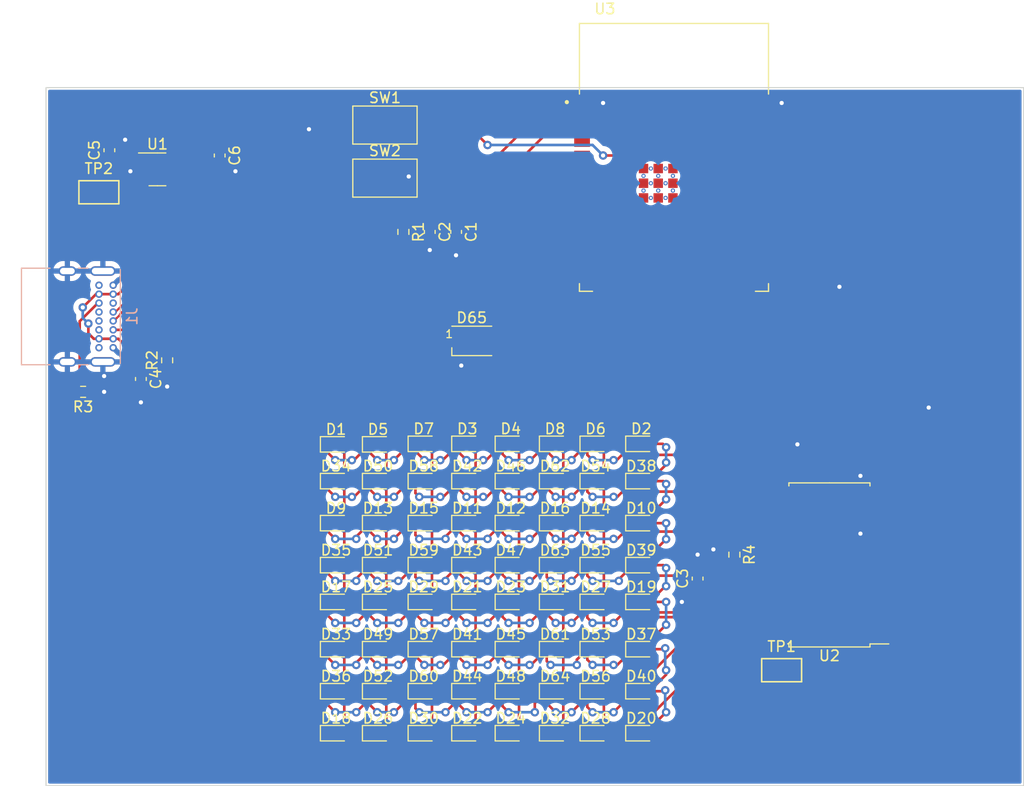
<source format=kicad_pcb>
(kicad_pcb (version 20221018) (generator pcbnew)
  (layers (0 "F.Cu" signal) (31 "B.Cu" signal) (34 "B.Paste" user) (35 "F.Paste" user) (36 "B.SilkS" user "B.Silkscreen") (37 "F.SilkS" user "F.Silkscreen") (38 "B.Mask" user) (39 "F.Mask" user) (44 "Edge.Cuts" user))
  (net 0 "")
  (net 1 "/ESP32/RESET")
  (net 2 "GND")
  (net 3 "+3.3V")
  (net 4 "+5V")
  (net 5 "VBUS")
  (net 6 "+3V3")
  (net 7 "/LED_Matrix/SEG_A")
  (net 8 "/LED_Matrix/DIG_0")
  (net 9 "/LED_Matrix/DIG_7")
  (net 10 "/LED_Matrix/SEG_B")
  (net 11 "/LED_Matrix/SEG_C")
  (net 12 "/LED_Matrix/SEG_D")
  (net 13 "/LED_Matrix/SEG_E")
  (net 14 "/LED_Matrix/SEG_F")
  (net 15 "/LED_Matrix/SEG_G")
  (net 16 "/ESP32/NEOPIXEL_PWR")
  (net 17 "/ESP32/NEOPIXEL")
  (net 18 "Net-(J1-CC1)")
  (net 19 "/USB_P")
  (net 20 "/USB_N")
  (net 22 "Net-(J1-CC2)")
  (net 24 "/ESP32/BOOT")
  (net 25 "Net-(U2-DOUT)")
  (net 27 "/DIN")
  (net 28 "/~{CS}")
  (net 29 "/CLK")
  (net 59 "Net-(U2-ISET)")
  (net 60 "/LED_Matrix/DIG_1")
  (net 61 "/LED_Matrix/DIG_2")
  (net 62 "/LED_Matrix/DIG_3")
  (net 63 "/LED_Matrix/DIG_4")
  (net 64 "/LED_Matrix/DIG_5")
  (net 65 "/LED_Matrix/DIG_6")
  (net 66 "/LED_Matrix/SEG_DP")
  (footprint "LED_SMD:LED_0603_1608Metric" (layer "F.Cu") (at 111.575 86.5)
    (fp_text reference "D43")
    (fp_text value "Yellow LED")
  )
  (footprint "Resistor_SMD:R_0603_1608Metric" (layer "F.Cu") (at 137 85.5 -90)
    (fp_text reference "R4")
    (fp_text value "10K")
  )
  (footprint "LED_SMD:LED_0603_1608Metric" (layer "F.Cu") (at 99.075 78.5)
    (fp_text reference "D34")
    (fp_text value "Orange LED")
  )
  (footprint "Package_SO:SOP-24_7.5x15.4mm_P1.27mm" (layer "F.Cu") (at 146.0502 86.479 180)
    (fp_text reference "U2")
    (fp_text value "MAX7219")
  )
  (footprint "LED_SMD:LED_0603_1608Metric" (layer "F.Cu") (at 115.7125 90)
    (fp_text reference "D23")
    (fp_text value "White LED")
  )
  (footprint "LED_SMD:LED_0603_1608Metric" (layer "F.Cu") (at 123.7875 98.5)
    (fp_text reference "D56")
    (fp_text value "Light Blue LED")
  )
  (footprint "LED_SMD:LED_0603_1608Metric" (layer "F.Cu") (at 123.7875 102.5)
    (fp_text reference "D28")
    (fp_text value "Purple LED")
  )
  (footprint "LED_SMD:LED_0603_1608Metric" (layer "F.Cu") (at 107.425 102.5)
    (fp_text reference "D30")
    (fp_text value "Purple LED")
  )
  (footprint "LED_SMD:LED_0603_1608Metric" (layer "F.Cu") (at 107.425 74.95)
    (fp_text reference "D7")
    (fp_text value "Green LED")
  )
  (footprint "LED_SMD:LED_0603_1608Metric" (layer "F.Cu") (at 103.075 90)
    (fp_text reference "D25")
    (fp_text value "White LED")
  )
  (footprint "LED_SMD:LED_0603_1608Metric" (layer "F.Cu") (at 119.925 90)
    (fp_text reference "D31")
    (fp_text value "White LED")
  )
  (footprint "LED_SMD:LED_0603_1608Metric" (layer "F.Cu") (at 111.575 102.5)
    (fp_text reference "D22")
    (fp_text value "Purple LED")
  )
  (footprint "Resistor_SMD:R_0603_1608Metric" (layer "F.Cu") (at 83 67 90)
    (fp_text reference "R2")
    (fp_text value "5.1K 1%")
  )
  (footprint "LED_SMD:LED_0603_1608Metric" (layer "F.Cu") (at 123.7875 74.95)
    (fp_text reference "D6")
    (fp_text value "Green LED")
  )
  (footprint "LED_SMD:LED_0603_1608Metric" (layer "F.Cu") (at 128.1375 98.5)
    (fp_text reference "D40")
    (fp_text value "Light Blue LED")
  )
  (footprint "LED_SMD:LED_0603_1608Metric" (layer "F.Cu") (at 119.925 98.5)
    (fp_text reference "D64")
    (fp_text value "Light Blue LED")
  )
  (footprint "Button_Switch_SMD:SW_SPST_FSMSM" (layer "F.Cu") (at 103.7336 44.6024)
    (fp_text reference "SW1")
    (fp_text value "SW_SPST_FSMSM")
  )
  (footprint "LED_SMD:LED_0603_1608Metric" (layer "F.Cu") (at 115.7125 82.5)
    (fp_text reference "D12")
    (fp_text value "Dark Blue LED")
  )
  (footprint "LED_SMD:LED_0603_1608Metric" (layer "F.Cu") (at 128.1375 74.95)
    (fp_text reference "D2")
    (fp_text value "Green LED")
  )
  (footprint "LED_SMD:LED_0603_1608Metric" (layer "F.Cu") (at 123.7875 86.5)
    (fp_text reference "D55")
    (fp_text value "Yellow LED")
  )
  (footprint "LED_SMD:LED_0603_1608Metric" (layer "F.Cu") (at 111.575 82.5)
    (fp_text reference "D11")
    (fp_text value "Dark Blue LED")
  )
  (footprint "LED_SMD:LED_0603_1608Metric" (layer "F.Cu") (at 103.075 98.5)
    (fp_text reference "D52")
    (fp_text value "Light Blue LED")
  )
  (footprint "LED_SMD:LED_0603_1608Metric" (layer "F.Cu") (at 103.075 86.5)
    (fp_text reference "D51")
    (fp_text value "Yellow LED")
  )
  (footprint "Capacitor_SMD:C_0603_1608Metric" (layer "F.Cu") (at 108 54.775 -90)
    (fp_text reference "C2")
    (fp_text value "1uF 6.3V Y5V")
  )
  (footprint "LED_SMD:LED_0603_1608Metric" (layer "F.Cu") (at 128.1375 82.5)
    (fp_text reference "D10")
    (fp_text value "Dark Blue LED")
  )
  (footprint "LED_SMD:LED_0603_1608Metric" (layer "F.Cu") (at 128.1375 94.5)
    (fp_text reference "D37")
    (fp_text value "Red LED")
  )
  (footprint "LED_SMD:LED_0603_1608Metric" (layer "F.Cu") (at 107.425 78.5)
    (fp_text reference "D58")
    (fp_text value "Orange LED")
  )
  (footprint "LED_SMD:LED_0603_1608Metric" (layer "F.Cu") (at 111.575 78.5)
    (fp_text reference "D42")
    (fp_text value "Orange LED")
  )
  (footprint "LED_SMD:LED_0603_1608Metric" (layer "F.Cu") (at 115.7125 94.5)
    (fp_text reference "D45")
    (fp_text value "Red LED")
  )
  (footprint "LED_SMD:LED_0603_1608Metric" (layer "F.Cu") (at 119.925 78.5)
    (fp_text reference "D62")
    (fp_text value "Orange LED")
  )
  (footprint "LED_SMD:LED_0603_1608Metric" (layer "F.Cu") (at 115.7125 98.5)
    (fp_text reference "D48")
    (fp_text value "Light Blue LED")
  )
  (footprint "LED_SMD:LED_0603_1608Metric" (layer "F.Cu") (at 119.925 86.5)
    (fp_text reference "D63")
    (fp_text value "Yellow LED")
  )
  (footprint "LED_SMD:LED_0603_1608Metric" (layer "F.Cu") (at 99.075 86.5)
    (fp_text reference "D35")
    (fp_text value "Yellow LED")
  )
  (footprint "LED_SMD:LED_0603_1608Metric" (layer "F.Cu") (at 111.575 94.5)
    (fp_text reference "D41")
    (fp_text value "Red LED")
  )
  (footprint "LED_SMD:LED_0603_1608Metric" (layer "F.Cu") (at 119.925 94.5)
    (fp_text reference "D61")
    (fp_text value "Red LED")
  )
  (footprint "LED_SMD:LED_0603_1608Metric" (layer "F.Cu") (at 99.075 94.5)
    (fp_text reference "D33")
    (fp_text value "Red LED")
  )
  (footprint "LED_SMD:LED_0603_1608Metric" (layer "F.Cu") (at 128.1375 86.5)
    (fp_text reference "D39")
    (fp_text value "Yellow LED")
  )
  (footprint "LED_SMD:LED_0603_1608Metric" (layer "F.Cu") (at 99.075 102.5)
    (fp_text reference "D18")
    (fp_text value "Purple LED")
  )
  (footprint "LED_SMD:LED_0603_1608Metric" (layer "F.Cu") (at 119.925 102.5)
    (fp_text reference "D32")
    (fp_text value "Purple LED")
  )
  (footprint "LED_SMD:LED_0603_1608Metric" (layer "F.Cu") (at 111.575 98.5)
    (fp_text reference "D44")
    (fp_text value "Light Blue LED")
  )
  (footprint "Resistor_SMD:R_0603_1608Metric" (layer "F.Cu") (at 75 70 180)
    (fp_text reference "R3")
    (fp_text value "5.1K 1%")
  )
  (footprint "LED_SMD:LED_0603_1608Metric" (layer "F.Cu") (at 123.7875 94.5)
    (fp_text reference "D53")
    (fp_text value "Red LED")
  )
  (footprint "Capacitor_SMD:C_0603_1608Metric" (layer "F.Cu") (at 110.51 54.775 -90)
    (fp_text reference "C1")
    (fp_text value "1uF 6.3V Y5V")
  )
  (footprint "Resistor_SMD:R_0603_1608Metric" (layer "F.Cu") (at 105.49 54.775 -90)
    (fp_text reference "R1")
    (fp_text value "5.1K 1%")
  )
  (footprint "LED_SMD:LED_0603_1608Metric" (layer "F.Cu") (at 115.7125 78.5)
    (fp_text reference "D46")
    (fp_text value "Orange LED")
  )
  (footprint "LED_SMD:LED_0603_1608Metric" (layer "F.Cu") (at 107.425 94.5)
    (fp_text reference "D57")
    (fp_text value "Red LED")
  )
  (footprint "LED_SMD:LED_0603_1608Metric" (layer "F.Cu") (at 111.575 74.95)
    (fp_text reference "D3")
    (fp_text value "Green LED")
  )
  (footprint "LED_SMD:LED_0603_1608Metric" (layer "F.Cu") (at 128.1375 90)
    (fp_text reference "D19")
    (fp_text value "White LED")
  )
  (footprint "TestPoint:TestPoint_Keystone_5015_Micro-Minature" (layer "F.Cu") (at 141.5 96.5)
    (fp_text reference "TP1")
    (fp_text value "RCWTE")
  )
  (footprint "LED_SMD:LED_0603_1608Metric" (layer "F.Cu") (at 107.425 86.5)
    (fp_text reference "D59")
    (fp_text value "Yellow LED")
  )
  (footprint "LED_SMD:LED_0603_1608Metric" (layer "F.Cu") (at 128.1375 102.5)
    (fp_text reference "D20")
    (fp_text value "Purple LED")
  )
  (footprint "LED_SMD:LED_0603_1608Metric" (layer "F.Cu") (at 115.7125 86.5)
    (fp_text reference "D47")
    (fp_text value "Yellow LED")
  )
  (footprint "Capacitor_SMD:C_0603_1608Metric" (layer "F.Cu") (at 80.5 68.775 -90)
    (fp_text reference "C4")
    (fp_text value "1uF 6.3V Y5V")
  )
  (footprint "Capacitor_SMD:C_0603_1608Metric" (layer "F.Cu") (at 133.5 87.775 90)
    (fp_text reference "C3")
    (fp_text value "1uF 6.3V Y5V")
  )
  (footprint "LED_SMD:LED_0603_1608Metric" (layer "F.Cu") (at 99.075 98.5)
    (fp_text reference "D36")
    (fp_text value "Light Blue LED")
  )
  (footprint "LED_SMD:LED_0603_1608Metric" (layer "F.Cu") (at 99.075 90)
    (fp_text reference "D17")
    (fp_text value "White LED")
  )
  (footprint "Library:XCVR_ESP32-S3-WROOM-1-N4" (layer "F.Cu") (at 131.25 47.68)
    (fp_text reference "U3")
    (fp_text value "ESP32-S3-WROOM-1-N4")
  )
  (footprint "LED_SMD:LED_0603_1608Metric" (layer "F.Cu") (at 99.075 75)
    (fp_text reference "D1")
    (fp_text value "Green LED")
  )
  (footprint "LED_SMD:LED_0603_1608Metric" (layer "F.Cu") (at 123.7875 90)
    (fp_text reference "D27")
    (fp_text value "White LED")
  )
  (footprint "LED_SMD:LED_0603_1608Metric" (layer "F.Cu") (at 128.1375 78.5)
    (fp_text reference "D38")
    (fp_text value "Orange LED")
  )
  (footprint "LED_SMD:LED_0603_1608Metric" (layer "F.Cu") (at 115.7125 74.95)
    (fp_text reference "D4")
    (fp_text value "Green LED")
  )
  (footprint "LED_SMD:LED_0603_1608Metric" (layer "F.Cu") (at 123.7875 78.5)
    (fp_text reference "D54")
    (fp_text value "Orange LED")
  )
  (footprint "LED_SMD:LED_SK6805_PLCC4_2.4x2.7mm_P1.3mm" (layer "F.Cu") (at 112 65.15)
    (fp_text reference "D65")
    (fp_text value "SK6805")
  )
  (footprint "LED_SMD:LED_0603_1608Metric" (layer "F.Cu") (at 103.075 94.5)
    (fp_text reference "D49")
    (fp_text value "Red LED")
  )
  (footprint "LED_SMD:LED_0603_1608Metric" (layer "F.Cu") (at 103.075 82.5)
    (fp_text reference "D13")
    (fp_text value "Dark Blue LED")
  )
  (footprint "Capacitor_SMD:C_0603_1608Metric" (layer "F.Cu") (at 88 47.5 -90)
    (fp_text reference "C6")
    (fp_text value "1uF 6.3V Y5V")
  )
  (footprint "Button_Switch_SMD:SW_SPST_FSMSM" (layer "F.Cu") (at 103.7336 49.6524)
    (fp_text reference "SW2")
    (fp_text value "SW_SPST_FSMSM")
  )
  (footprint "LED_SMD:LED_0603_1608Metric" (layer "F.Cu") (at 115.7125 102.5)
    (fp_text reference "D24")
    (fp_text value "Purple LED")
  )
  (footprint "LED_SMD:LED_0603_1608Metric" (layer "F.Cu") (at 107.425 98.5)
    (fp_text reference "D60")
    (fp_text value "Light Blue LED")
  )
  (footprint "LED_SMD:LED_0603_1608Metric" (layer "F.Cu") (at 111.575 90)
    (fp_text reference "D21")
    (fp_text value "White LED")
  )
  (footprint "TestPoint:TestPoint_Keystone_5015_Micro-Minature" (layer "F.Cu") (at 76.5 51)
    (fp_text reference "TP2")
    (fp_text value "TestPoint")
  )
  (footprint "LED_SMD:LED_0603_1608Metric" (layer "F.Cu") (at 103.075 102.5)
    (fp_text reference "D26")
    (fp_text value "Purple LED")
  )
  (footprint "LED_SMD:LED_0603_1608Metric" (layer "F.Cu") (at 103.075 78.5)
    (fp_text reference "D50")
    (fp_text value "Orange LED")
  )
  (footprint "Capacitor_SMD:C_0603_1608Metric" (layer "F.Cu") (at 77.5 47 90)
    (fp_text reference "C5")
    (fp_text value "1uF 6.3V Y5V")
  )
  (footprint "LED_SMD:LED_0603_1608Metric" (layer "F.Cu") (at 107.425 82.5)
    (fp_text reference "D15")
    (fp_text value "Dark Blue LED")
  )
  (footprint "LED_SMD:LED_0603_1608Metric" (layer "F.Cu") (at 119.925 74.95)
    (fp_text reference "D8")
    (fp_text value "Green LED")
  )
  (footprint "Package_TO_SOT_SMD:SOT-23-5" (layer "F.Cu") (at 82.0749 48.8202)
    (fp_text reference "U1")
    (fp_text value "AP2112K-3.3")
  )
  (footprint "LED_SMD:LED_0603_1608Metric" (layer "F.Cu") (at 107.425 90)
    (fp_text reference "D29")
    (fp_text value "White LED")
  )
  (footprint "LED_SMD:LED_0603_1608Metric" (layer "F.Cu") (at 99.075 82.5)
    (fp_text reference "D9")
    (fp_text value "Dark Blue LED")
  )
  (footprint "LED_SMD:LED_0603_1608Metric" (layer "F.Cu") (at 103.075 75)
    (fp_text reference "D5")
    (fp_text value "Green LED")
  )
  (footprint "LED_SMD:LED_0603_1608Metric" (layer "F.Cu") (at 123.7875 82.5)
    (fp_text reference "D14")
    (fp_text value "Dark Blue LED")
  )
  (footprint "LED_SMD:LED_0603_1608Metric" (layer "F.Cu") (at 119.925 82.5)
    (fp_text reference "D16")
    (fp_text value "Dark Blue LED")
  )
  (footprint "Connector_USB:USB_C_Receptacle_GCT_USB4085" (layer "B.Cu") (at 77.86 65.8 90)
    (fp_text reference "J1")
    (fp_text value "USB_C_Receptacle_USB2.0_16P")
  )
  (gr_rect (start 71.4676 41.0384) (end 164.5396 107.5) (stroke (width 0.1)) (fill none) (layer "Edge.Cuts"))
  (gr_text "V_USB" (at 73 54.5) (layer "F.Cu") (effects (font (size 1.5 1.5) (thickness 0.3) bold) (justify left bottom)))
  (segment (start 110.51 54) (end 119.55 44.96) (width 0.25) (layer "F.Cu") (net 1))
  (segment (start 105.49 55.6) (end 99.5424 49.6524) (width 0.25) (layer "F.Cu") (net 1))
  (segment (start 119.55 44.96) (end 122.5 44.96) (width 0.25) (layer "F.Cu") (net 1))
  (segment (start 105.49 55.6) (end 106.315 54.775) (width 0.25) (layer "F.Cu") (net 1))
  (segment (start 109.735 54.775) (end 110.51 54) (width 0.25) (layer "F.Cu") (net 1))
  (segment (start 99.5424 49.6524) (end 99.1436 49.6524) (width 0.25) (layer "F.Cu") (net 1))
  (segment (start 106.315 54.775) (end 109.735 54.775) (width 0.25) (layer "F.Cu") (net 1))
  (segment (start 122.5 42.42) (end 124.42 42.42) (width 0.25) (layer "F.Cu") (net 2))
  (segment (start 106.1524 49.6524) (end 106 49.5) (width 0.25) (layer "F.Cu") (net 2))
  (segment (start 76.88 68.38) (end 77 68.5) (width 0.25) (layer "F.Cu") (net 2))
  (segment (start 141.42 42.42) (end 141.5 42.5) (width 0.25) (layer "F.Cu") (net 2))
  (segment (start 140 42.42) (end 141.42 42.42) (width 0.25) (layer "F.Cu") (net 2))
  (segment (start 150.7002 83.304) (end 149.196 83.304) (width 0.25) (layer "F.Cu") (net 2))
  (segment (start 110.51 56.99) (end 110.5 57) (width 0.25) (layer "F.Cu") (net 2))
  (segment (start 108 55.55) (end 108 56.5) (width 0.25) (layer "F.Cu") (net 2))
  (segment (start 80.5 69.55) (end 80.5 71) (width 0.25) (layer "F.Cu") (net 2))
  (segment (start 108.3236 49.6524) (end 106.1524 49.6524) (width 0.25) (layer "F.Cu") (net 2))
  (segment (start 77.5 46.225) (end 78.775 46.225) (width 0.25) (layer "F.Cu") (net 2))
  (segment (start 88 48.275) (end 88.775 48.275) (width 0.25) (layer "F.Cu") (net 2))
  (segment (start 78.775 46.225) (end 79 46) (width 0.25) (layer "F.Cu") (net 2))
  (segment (start 133.5 87) (end 133.5 85.5) (width 0.25) (layer "F.Cu") (net 2))
  (segment (start 96.8976 44.6024) (end 96.5 45) (width 0.25) (layer "F.Cu") (net 2))
  (segment (start 80.9374 48.8202) (end 79.6798 48.8202) (width 0.25) (layer "F.Cu") (net 2))
  (segment (start 111 65.8) (end 111 67.5) (width 0.25) (layer "F.Cu") (net 2))
  (segment (start 110.51 55.55) (end 110.51 56.99) (width 0.25) (layer "F.Cu") (net 2))
  (segment (start 124.42 42.42) (end 124.5 42.5) (width 0.25) (layer "F.Cu") (net 2))
  (segment (start 88.775 48.275) (end 89.5 49) (width 0.25) (layer "F.Cu") (net 2))
  (segment (start 76.88 67.15) (end 76.88 68.38) (width 0.25) (layer "F.Cu") (net 2))
  (segment (start 99.1436 44.6024) (end 96.8976 44.6024) (width 0.25) (layer "F.Cu") (net 2))
  (segment (start 75.825 70) (end 77 70) (width 0.25) (layer "F.Cu") (net 2))
  (segment (start 149.196 83.304) (end 149 83.5) (width 0.25) (layer "F.Cu") (net 2))
  (segment (start 79.6798 48.8202) (end 79.5 49) (width 0.25) (layer "F.Cu") (net 2))
  (segment (start 83 67.825) (end 83 69.5) (width 0.25) (layer "F.Cu") (net 2))
  (via (at 133.5 85.5) (size 0.8) (drill 0.4) (layers "F.Cu" "B.Cu") (net 2))
  (via (at 110.5 57) (size 0.8) (drill 0.4) (layers "F.Cu" "B.Cu") (net 2))
  (via (at 96.5 45) (size 0.8) (drill 0.4) (layers "F.Cu" "B.Cu") (net 2))
  (via (at 80.5 71) (size 0.8) (drill 0.4) (layers "F.Cu" "B.Cu") (net 2))
  (via (at 79 46) (size 0.8) (drill 0.4) (layers "F.Cu" "B.Cu") (net 2))
  (via (at 77 68.5) (size 0.8) (drill 0.4) (layers "F.Cu" "B.Cu") (net 2))
  (via (at 77 70) (size 0.8) (drill 0.4) (layers "F.Cu" "B.Cu") (net 2))
  (via (at 106 49.5) (size 0.8) (drill 0.4) (layers "F.Cu" "B.Cu") (net 2))
  (via (at 108 56.5) (size 0.8) (drill 0.4) (layers "F.Cu" "B.Cu") (net 2))
  (via (at 79.5 49) (size 0.8) (drill 0.4) (layers "F.Cu" "B.Cu") (net 2))
  (via (at 89.5 49) (size 0.8) (drill 0.4) (layers "F.Cu" "B.Cu") (net 2))
  (via (at 111 67.5) (size 0.8) (drill 0.4) (layers "F.Cu" "B.Cu") (net 2))
  (via (at 83 69.5) (size 0.8) (drill 0.4) (layers "F.Cu" "B.Cu") (net 2))
  (via (at 141.5 42.5) (size 0.8) (drill 0.4) (layers "F.Cu" "B.Cu") (net 2))
  (via (at 149 83.5) (size 0.8) (drill 0.4) (layers "F.Cu" "B.Cu") (net 2))
  (via (at 124.5 42.5) (size 0.8) (drill 0.4) (layers "F.Cu" "B.Cu") (net 2))
  (segment (start 108 54) (end 105.54 54) (width 0.25) (layer "F.Cu") (net 3))
  (segment (start 118.31 43.69) (end 122.5 43.69) (width 0.25) (layer "F.Cu") (net 3))
  (segment (start 108 54) (end 118.31 43.69) (width 0.25) (layer "F.Cu") (net 3))
  (segment (start 105.54 54) (end 105.49 53.95) (width 0.25) (layer "F.Cu") (net 3))
  (segment (start 137 84.675) (end 135.325 84.675) (width 0.25) (layer "F.Cu") (net 4))
  (segment (start 132 90) (end 132.05 90) (width 0.25) (layer "F.Cu") (net 4))
  (segment (start 137.249604 87.114) (end 141.4002 87.114) (width 0.25) (layer "F.Cu") (net 4))
  (segment (start 135.813604 88.55) (end 137.249604 87.114) (width 0.25) (layer "F.Cu") (net 4))
  (segment (start 135.325 84.675) (end 135 85) (width 0.25) (layer "F.Cu") (net 4))
  (segment (start 132.05 90) (end 133.5 88.55) (width 0.25) (layer "F.Cu") (net 4))
  (segment (start 133.5 88.55) (end 135.813604 88.55) (width 0.25) (layer "F.Cu") (net 4))
  (via (at 132 90) (size 0.8) (drill 0.4) (layers "F.Cu" "B.Cu") (net 4))
  (via (at 135 85) (size 0.8) (drill 0.4) (layers "F.Cu" "B.Cu") (net 4))
  (segment (start 135 87) (end 132 90) (width 0.25) (layer "B.Cu") (net 4))
  (segment (start 135 85) (end 135 87) (width 0.25) (layer "B.Cu") (net 4))
  (segment (start 80.8422 47.775) (end 80.9374 47.8702) (width 0.25) (layer "F.Cu") (net 5))
  (segment (start 81.9249 48.469292) (end 81.9249 49.445199) (width 0.25) (layer "F.Cu") (net 5))
  (segment (start 80.5 67.095026) (end 80.5 68) (width 0.25) (layer "F.Cu") (net 5))
  (segment (start 80.9374 47.8702) (end 81.325808 47.8702) (width 0.25) (layer "F.Cu") (net 5))
  (segment (start 80.9374 58.117574) (end 78.354974 60.7) (width 0.25) (layer "F.Cu") (net 5))
  (segment (start 78.354974 60.7) (end 77.86 60.7) (width 0.25) (layer "F.Cu") (net 5))
  (segment (start 81.325808 47.8702) (end 81.9249 48.469292) (width 0.25) (layer "F.Cu") (net 5))
  (segment (start 75.5 63.5) (end 75.5 64.434974) (width 0.25) (layer "F.Cu") (net 5))
  (segment (start 77.5 50) (end 76.5 51) (width 0.25) (layer "F.Cu") (net 5))
  (segment (start 81.9249 49.445199) (end 81.599899 49.7702) (width 0.25) (layer "F.Cu") (net 5))
  (segment (start 77.86 60.7) (end 76.51 60.7) (width 0.25) (layer "F.Cu") (net 5))
  (segment (start 81.599899 49.7702) (end 80.9374 49.7702) (width 0.25) (layer "F.Cu") (net 5))
  (segment (start 76.51 60.7) (end 76.2301 60.7) (width 0.25) (layer "F.Cu") (net 5))
  (segment (start 76.2301 60.7) (end 74.96505 61.96505) (width 0.25) (layer "F.Cu") (net 5))
  (segment (start 75.5 64.434974) (end 76.015026 64.95) (width 0.25) (layer "F.Cu") (net 5))
  (segment (start 80.9374 49.7702) (end 80.9374 58.117574) (width 0.25) (layer "F.Cu") (net 5))
  (segment (start 76.015026 64.95) (end 76.51 64.95) (width 0.25) (layer "F.Cu") (net 5))
  (segment (start 77.5 47.775) (end 77.5 50) (width 0.25) (layer "F.Cu") (net 5))
  (segment (start 76.51 64.95) (end 77.86 64.95) (width 0.25) (layer "F.Cu") (net 5))
  (segment (start 78.354974 64.95) (end 80.5 67.095026) (width 0.25) (layer "F.Cu") (net 5))
  (segment (start 77.86 64.95) (end 78.354974 64.95) (width 0.25) (layer "F.Cu") (net 5))
  (segment (start 77.5 47.775) (end 80.8422 47.775) (width 0.25) (layer "F.Cu") (net 5))
  (via (at 74.96505 61.96505) (size 0.8) (drill 0.4) (layers "F.Cu" "B.Cu") (net 5))
  (via (at 75.5 63.5) (size 0.8) (drill 0.4) (layers "F.Cu" "B.Cu") (net 5))
  (segment (start 74.96505 61.96505) (end 74.96505 62.96505) (width 0.25) (layer "B.Cu") (net 5))
  (segment (start 74.96505 62.96505) (end 75.5 63.5) (width 0.25) (layer "B.Cu") (net 5))
  (segment (start 84.3576 46.725) (end 83.2124 47.8702) (width 0.25) (layer "F.Cu") (net 6))
  (segment (start 88 46.725) (end 84.3576 46.725) (width 0.25) (layer "F.Cu") (net 6))
  (segment (start 113.375 76.5) (end 114.925 74.95) (width 0.25) (layer "F.Cu") (net 7))
  (segment (start 117.5875 76.5) (end 119.1375 74.95) (width 0.25) (layer "F.Cu") (net 7))
  (segment (start 109.2375 76.5) (end 110.7875 74.95) (width 0.25) (layer "F.Cu") (net 7))
  (segment (start 113.0875 76.5) (end 113.375 76.5) (width 0.25) (layer "F.Cu") (net 7))
  (segment (start 100.7875 76.5) (end 102.2875 75) (width 0.25) (layer "F.Cu") (net 7))
  (segment (start 102.2875 75.7875) (end 103 76.5) (width 0.25) (layer "F.Cu") (net 7))
  (segment (start 110.7875 75.7875) (end 111.5 76.5) (width 0.25) (layer "F.Cu") (net 7))
  (segment (start 109 76.5) (end 109.2375 76.5) (width 0.25) (layer "F.Cu") (net 7))
  (segment (start 114.925 75.925) (end 115.5 76.5) (width 0.25) (layer "F.Cu") (net 7))
  (segment (start 98.2875 75) (end 98.2875 75.7875) (width 0.25) (layer "F.Cu") (net 7))
  (segment (start 138.5 76) (end 138.5 78.863799) (width 0.25) (layer "F.Cu") (net 7))
  (segment (start 98.2875 75.7875) (end 99 76.5) (width 0.25) (layer "F.Cu") (net 7))
  (segment (start 140.400201 80.764) (end 141.4002 80.764) (width 0.25) (layer "F.Cu") (net 7))
  (segment (start 121.5 76.45) (end 123 74.95) (width 0.25) (layer "F.Cu") (net 7))
  (segment (start 106.6375 75.65) (end 107.4875 76.5) (width 0.25) (layer "F.Cu") (net 7))
  (segment (start 125.5 76.5) (end 125.8 76.5) (width 0.25) (layer "F.Cu") (net 7))
  (segment (start 128.4 76) (end 138.5 76) (width 0.25) (layer "F.Cu") (net 7))
  (segment (start 117.5 76.5) (end 117.5875 76.5) (width 0.25) (layer "F.Cu") (net 7))
  (segment (start 125.8 76.5) (end 127.35 74.95) (width 0.25) (layer "F.Cu") (net 7))
  (segment (start 127.35 74.95) (end 128.4 76) (width 0.25) (layer "F.Cu") (net 7))
  (segment (start 100.5875 76.5) (end 100.7875 76.5) (width 0.25) (layer "F.Cu") (net 7))
  (segment (start 121.5 76.5) (end 121.5 76.45) (width 0.25) (layer "F.Cu") (net 7))
  (segment (start 119.1375 74.95) (end 119.1375 75.65) (width 0.25) (layer "F.Cu") (net 7))
  (segment (start 119.1375 75.65) (end 119.9875 76.5) (width 0.25) (layer "F.Cu") (net 7))
  (segment (start 102.2875 75) (end 102.2875 75.7875) (width 0.25) (layer "F.Cu") (net 7))
  (segment (start 123 76) (end 123.5 76.5) (width 0.25) (layer "F.Cu") (net 7))
  (segment (start 110.7875 74.95) (end 110.7875 75.7875) (width 0.25) (layer "F.Cu") (net 7))
  (segment (start 106.1375 74.95) (end 106.6375 74.95) (width 0.25) (layer "F.Cu") (net 7))
  (segment (start 114.925 74.95) (end 114.925 75.925) (width 0.25) (layer "F.Cu") (net 7))
  (segment (start 123 74.95) (end 123 76) (width 0.25) (layer "F.Cu") (net 7))
  (segment (start 106.6375 74.95) (end 106.6375 75.65) (width 0.25) (layer "F.Cu") (net 7))
  (segment (start 138.5 78.863799) (end 140.400201 80.764) (width 0.25) (layer "F.Cu") (net 7))
  (segment (start 104.5875 76.5) (end 106.1375 74.95) (width 0.25) (layer "F.Cu") (net 7))
  (via (at 117.5 76.5) (size 0.8) (drill 0.4) (layers "F.Cu" "B.Cu") (net 7))
  (via (at 113.0875 76.5) (size 0.8) (drill 0.4) (layers "F.Cu" "B.Cu") (net 7))
  (via (at 100.5875 76.5) (size 0.8) (drill 0.4) (layers "F.Cu" "B.Cu") (net 7))
  (via (at 123.5 76.5) (size 0.8) (drill 0.4) (layers "F.Cu" "B.Cu") (net 7))
  (via (at 104.5875 76.5) (size 0.8) (drill 0.4) (layers "F.Cu" "B.Cu") (net 7))
  (via (at 121.5 76.5) (size 0.8) (drill 0.4) (layers "F.Cu" "B.Cu") (net 7))
  (via (at 125.5 76.5) (size 0.8) (drill 0.4) (layers "F.Cu" "B.Cu") (net 7))
  (via (at 103 76.5) (size 0.8) (drill 0.4) (layers "F.Cu" "B.Cu") (net 7))
  (via (at 107.4875 76.5) (size 0.8) (drill 0.4) (layers "F.Cu" "B.Cu") (net 7))
  (via (at 99 76.5) (size 0.8) (drill 0.4) (layers "F.Cu" "B.Cu") (net 7))
  (via (at 109 76.5) (size 0.8) (drill 0.4) (layers "F.Cu" "B.Cu") (net 7))
  (via (at 111.5 76.5) (size 0.8) (drill 0.4) (layers "F.Cu" "B.Cu") (net 7))
  (via (at 119.9875 76.5) (size 0.8) (drill 0.4) (layers "F.Cu" "B.Cu") (net 7))
  (via (at 115.5 76.5) (size 0.8) (drill 0.4) (layers "F.Cu" "B.Cu") (net 7))
  (segment (start 103 76.5) (end 104.5875 76.5) (width 0.25) (layer "B.Cu") (net 7))
  (segment (start 111.5 76.5) (end 113.0875 76.5) (width 0.25) (layer "B.Cu") (net 7))
  (segment (start 99 76.5) (end 100.5875 76.5) (width 0.25) (layer "B.Cu") (net 7))
  (segment (start 119.9875 76.5) (end 121.5 76.5) (width 0.25) (layer "B.Cu") (net 7))
  (segment (start 107.4875 76.5) (end 109 76.5) (width 0.25) (layer "B.Cu") (net 7))
  (segment (start 123.5 76.5) (end 125.5 76.5) (width 0.25) (layer "B.Cu") (net 7))
  (segment (start 115.5 76.5) (end 117.5 76.5) (width 0.25) (layer "B.Cu") (net 7))
  (segment (start 99.8625 86.5) (end 99.8625 90) (width 0.25) (layer "F.Cu") (net 8))
  (segment (start 99.8625 78.5) (end 99.8625 82.5) (width 0.25) (layer "F.Cu") (net 8))
  (segment (start 155.1752 88.718999) (end 151.700199 92.194) (width 0.25) (layer "F.Cu") (net 8))
  (segment (start 99.8625 82.5) (end 99.8625 86.5) (width 0.25) (layer "F.Cu") (net 8))
  (segment (start 99.8625 94.5) (end 99.8625 98.5) (width 0.25) (layer "F.Cu") (net 8))
  (segment (start 99.8625 75) (end 99.8625 78.5) (width 0.25) (layer "F.Cu") (net 8))
  (segment (start 147.818856 70.5) (end 155.1752 77.856344) (width 0.25) (layer "F.Cu") (net 8))
  (segment (start 155.1752 77.856344) (end 155.1752 88.718999) (width 0.25) (layer "F.Cu") (net 8))
  (segment (start 99.8625 75) (end 104.3625 70.5) (width 0.25) (layer "F.Cu") (net 8))
  (segment (start 99.8625 98.5) (end 99.8625 102.5) (width 0.25) (layer "F.Cu") (net 8))
  (segment (start 151.700199 92.194) (end 150.7002 92.194) (width 0.25) (layer "F.Cu") (net 8))
  (segment (start 104.3625 70.5) (end 147.818856 70.5) (width 0.25) (layer "F.Cu") (net 8))
  (segment (start 99.8625 90) (end 99.8625 94.5) (width 0.25) (layer "F.Cu") (net 8))
  (segment (start 152.9252 78.788324) (end 152.9252 82.736884) (width 0.25) (layer "F.Cu") (net 9))
  (segment (start 147.136876 73) (end 152.9252 78.788324) (width 0.25) (layer "F.Cu") (net 9))
  (segment (start 120.7125 74.95) (end 122.6625 73) (width 0.25) (layer "F.Cu") (net 9))
  (segment (start 152.9252 82.736884) (end 151.088084 84.574) (width 0.25) (layer "F.Cu") (net 9))
  (segment (start 120.7125 94.5) (end 120.7125 98.5) (width 0.25) (layer "F.Cu") (net 9))
  (segment (start 120.7125 86.5) (end 120.7125 90) (width 0.25) (layer "F.Cu") (net 9))
  (segment (start 120.7125 82.5) (end 120.7125 86.5) (width 0.25) (layer "F.Cu") (net 9))
  (segment (start 151.088084 84.574) (end 150.7002 84.574) (width 0.25) (layer "F.Cu") (net 9))
  (segment (start 120.7125 78.5) (end 120.7125 82.5) (width 0.25) (layer "F.Cu") (net 9))
  (segment (start 120.7125 98.5) (end 120.7125 102.5) (width 0.25) (layer "F.Cu") (net 9))
  (segment (start 120.7125 74.95) (end 120.7125 78.5) (width 0.25) (layer "F.Cu") (net 9))
  (segment (start 122.6625 73) (end 147.136876 73) (width 0.25) (layer "F.Cu") (net 9))
  (segment (start 120.7125 90) (end 120.7125 94.5) (width 0.25) (layer "F.Cu") (net 9))
  (segment (start 113.5 83.925) (end 114.925 82.5) (width 0.25) (layer "F.Cu") (net 10))
  (segment (start 117.6375 84) (end 119.1375 82.5) (width 0.25) (layer "F.Cu") (net 10))
  (segment (start 125.5 84) (end 125.85 84) (width 0.25) (layer "F.Cu") (net 10))
  (segment (start 119.1375 83.15) (end 119.9875 84) (width 0.25) (layer "F.Cu") (net 10))
  (segment (start 109.5 83.7875) (end 110.7875 82.5) (width 0.25) (layer "F.Cu") (net 10))
  (segment (start 110.7875 82.5) (end 110.7875 83.2875) (width 0.25) (layer "F.Cu") (net 10))
  (segment (start 98.2875 82.5) (end 98.2875 83.2875) (width 0.25) (layer "F.Cu") (net 10))
  (segment (start 102.2875 82.5) (end 102.2875 83.2875) (width 0.25) (layer "F.Cu") (net 10))
  (segment (start 119.1375 82.5) (end 119.1375 83.15) (width 0.25) (layer "F.Cu") (net 10))
  (segment (start 101 83.7875) (end 102.2875 82.5) (width 0.25) (layer "F.Cu") (net 10))
  (segment (start 117.5 84) (end 117.6375 84) (width 0.25) (layer "F.Cu") (net 10))
  (segment (start 123 82.5) (end 123 83.5) (width 0.25) (layer "F.Cu") (net 10))
  (segment (start 121.5 84) (end 123 82.5) (width 0.25) (layer "F.Cu") (net 10))
  (segment (start 114.925 82.5) (end 114.925 83.425) (width 0.25) (layer "F.Cu") (net 10))
  (segment (start 114.925 83.425) (end 115.5 84) (width 0.25) (layer "F.Cu") (net 10))
  (segment (start 123 83.5) (end 123.5 84) (width 0.25) (layer "F.Cu") (net 10))
  (segment (start 102.2875 83.2875) (end 103 84) (width 0.25) (layer "F.Cu") (net 10))
  (segment (start 110.7875 83.2875) (end 111.5 84) (width 0.25) (layer "F.Cu") (net 10))
  (segment (start 101 84) (end 101 83.7875) (width 0.25) (layer "F.Cu") (net 10))
  (segment (start 128.154 83.304) (end 141.4002 83.304) (width 0.25) (layer "F.Cu") (net 10))
  (segment (start 127.35 82.5) (end 128.154 83.304) (width 0.25) (layer "F.Cu") (net 10))
  (segment (start 106.0875 82.5) (end 106.6375 82.5) (width 0.25) (layer "F.Cu") (net 10))
  (segment (start 109.5 84) (end 109.5 83.7875) (width 0.25) (layer "F.Cu") (net 10))
  (segment (start 104.5875 84) (end 106.0875 82.5) (width 0.25) (layer "F.Cu") (net 10))
  (segment (start 113.5 84) (end 113.5 83.925) (width 0.25) (layer "F.Cu") (net 10))
  (segment (start 106.6375 83.6375) (end 107 84) (width 0.25) (layer "F.Cu") (net 10))
  (segment (start 98.2875 83.2875) (end 99 84) (width 0.25) (layer "F.Cu") (net 10))
  (segment (start 125.85 84) (end 127.35 82.5) (width 0.25) (layer "F.Cu") (net 10))
  (segment (start 106.6375 82.5) (end 106.6375 83.6375) (width 0.25) (layer "F.Cu") (net 10))
  (via (at 104.5875 84) (size 0.8) (drill 0.4) (layers "F.Cu" "B.Cu") (net 10))
  (via (at 107 84) (size 0.8) (drill 0.4) (layers "F.Cu" "B.Cu") (net 10))
  (via (at 113.5 84) (size 0.8) (drill 0.4) (layers "F.Cu" "B.Cu") (net 10))
  (via (at 117.5 84) (size 0.8) (drill 0.4) (layers "F.Cu" "B.Cu") (net 10))
  (via (at 121.5 84) (size 0.8) (drill 0.4) (layers "F.Cu" "B.Cu") (net 10))
  (via (at 103 84) (size 0.8) (drill 0.4) (layers "F.Cu" "B.Cu") (net 10))
  (via (at 115.5 84) (size 0.8) (drill 0.4) (layers "F.Cu" "B.Cu") (net 10))
  (via (at 111.5 84) (size 0.8) (drill 0.4) (layers "F.Cu" "B.Cu") (net 10))
  (via (at 119.9875 84) (size 0.8) (drill 0.4) (layers "F.Cu" "B.Cu") (net 10))
  (via (at 123.5 84) (size 0.8) (drill 0.4) (layers "F.Cu" "B.Cu") (net 10))
  (via (at 109.5 84) (size 0.8) (drill 0.4) (layers "F.Cu" "B.Cu") (net 10))
  (via (at 101 84) (size 0.8) (drill 0.4) (layers "F.Cu" "B.Cu") (net 10))
  (via (at 125.5 84) (size 0.8) (drill 0.4) (layers "F.Cu" "B.Cu") (net 10))
  (via (at 99 84) (size 0.8) (drill 0.4) (layers "F.Cu" "B.Cu") (net 10))
  (segment (start 111.5 84) (end 113.5 84) (width 0.25) (layer "B.Cu") (net 10))
  (segment (start 123.5 84) (end 125.5 84) (width 0.25) (layer "B.Cu") (net 10))
  (segment (start 103 84) (end 104.5875 84) (width 0.25) (layer "B.Cu") (net 10))
  (segment (start 107 84) (end 109.5 84) (width 0.25) (layer "B.Cu") (net 10))
  (segment (start 115.5 84) (end 117.5 84) (width 0.25) (layer "B.Cu") (net 10))
  (segment (start 119.9875 84) (end 121.5 84) (width 0.25) (layer "B.Cu") (net 10))
  (segment (start 99 84) (end 101 84) (width 0.25) (layer "B.Cu") (net 10))
  (segment (start 105 92) (end 106.6375 90.3625) (width 0.25) (layer "F.Cu") (net 11))
  (segment (start 110.7875 91.2875) (end 111.5 92) (width 0.25) (layer "F.Cu") (net 11))
  (segment (start 106.6375 90.3625) (end 106.6375 90) (width 0.25) (layer "F.Cu") (net 11))
  (segment (start 128.35 91) (end 134 91) (width 0.25) (layer "F.Cu") (net 11))
  (segment (start 123 90) (end 123 91.5) (width 0.25) (layer "F.Cu") (net 11))
  (segment (start 123 91.5) (end 123.5 92) (width 0.25) (layer "F.Cu") (net 11))
  (segment (start 106.6375 91.15) (end 107.4875 92) (width 0.25) (layer "F.Cu") (net 11))
  (segment (start 117.5 92) (end 119.1375 90.3625) (width 0.25) (layer "F.Cu") (net 11))
  (segment (start 102.2875 91.2875) (end 103 92) (width 0.25) (layer "F.Cu") (net 11))
  (segment (start 106.6375 90) (end 106.6375 91.15) (width 0.25) (layer "F.Cu") (net 11))
  (segment (start 114.925 90.575) (end 114.925 90) (width 0.25) (layer "F.Cu") (net 11))
  (segment (start 102.2875 90.7125) (end 102.2875 90) (width 0.25) (layer "F.Cu") (net 11))
  (segment (start 110.7875 90.7125) (end 110.7875 90) (width 0.25) (layer "F.Cu") (net 11))
  (segment (start 134 91) (end 136.616 88.384) (width 0.25) (layer "F.Cu") (net 11))
  (segment (start 119.1375 91.15) (end 119.9875 92) (width 0.25) (layer "F.Cu") (net 11))
  (segment (start 98.2875 91.2875) (end 99 92) (width 0.25) (layer "F.Cu") (net 11))
  (segment (start 110.7875 90) (end 110.7875 91.2875) (width 0.25) (layer "F.Cu") (net 11))
  (segment (start 113.5 92) (end 114.925 90.575) (width 0.25) (layer "F.Cu") (net 11))
  (segment (start 136.616 88.384) (end 141.4002 88.384) (width 0.25) (layer "F.Cu") (net 11))
  (segment (start 114.925 90) (end 114.925 91.425) (width 0.25) (layer "F.Cu") (net 11))
  (segment (start 119.1375 90) (end 119.1375 91.15) (width 0.25) (layer "F.Cu") (net 11))
  (segment (start 102.2875 90) (end 102.2875 91.2875) (width 0.25) (layer "F.Cu") (net 11))
  (segment (start 127.35 90) (end 128.35 91) (width 0.25) (layer "F.Cu") (net 11))
  (segment (start 123 90.5) (end 123 90) (width 0.25) (layer "F.Cu") (net 11))
  (segment (start 101 92) (end 102.2875 90.7125) (width 0.25) (layer "F.Cu") (net 11))
  (segment (start 121.5 92) (end 123 90.5) (width 0.25) (layer "F.Cu") (net 11))
  (segment (start 98.2875 90) (end 98.2875 91.2875) (width 0.25) (layer "F.Cu") (net 11))
  (segment (start 125.5 92) (end 127.35 90.15) (width 0.25) (layer "F.Cu") (net 11))
  (segment (start 109.5 92) (end 110.7875 90.7125) (width 0.25) (layer "F.Cu") (net 11))
  (segment (start 119.1375 90.3625) (end 119.1375 90) (width 0.25) (layer "F.Cu") (net 11))
  (segment (start 127.35 90.15) (end 127.35 90) (width 0.25) (layer "F.Cu") (net 11))
  (segment (start 114.925 91.425) (end 115.5 92) (width 0.25) (layer "F.Cu") (net 11))
  (via (at 125.5 92) (size 0.8) (drill 0.4) (layers "F.Cu" "B.Cu") (net 11))
  (via (at 115.5 92) (size 0.8) (drill 0.4) (layers "F.Cu" "B.Cu") (net 11))
  (via (at 101 92) (size 0.8) (drill 0.4) (layers "F.Cu" "B.Cu") (net 11))
  (via (at 121.5 92) (size 0.8) (drill 0.4) (layers "F.Cu" "B.Cu") (net 11))
  (via (at 99 92) (size 0.8) (drill 0.4) (layers "F.Cu" "B.Cu") (net 11))
  (via (at 107.4875 92) (size 0.8) (drill 0.4) (layers "F.Cu" "B.Cu") (net 11))
  (via (at 123.5 92) (size 0.8) (drill 0.4) (layers "F.Cu" "B.Cu") (net 11))
  (via (at 111.5 92) (size 0.8) (drill 0.4) (layers "F.Cu" "B.Cu") (net 11))
  (via (at 117.5 92) (size 0.8) (drill 0.4) (layers "F.Cu" "B.Cu") (net 11))
  (via (at 103 92) (size 0.8) (drill 0.4) (layers "F.Cu" "B.Cu") (net 11))
  (via (at 113.5 92) (size 0.8) (drill 0.4) (layers "F.Cu" "B.Cu") (net 11))
  (via (at 109.5 92) (size 0.8) (drill 0.4) (layers "F.Cu" "B.Cu") (net 11))
  (via (at 105 92) (size 0.8) (drill 0.4) (layers "F.Cu" "B.Cu") (net 11))
  (via (at 119.9875 92) (size 0.8) (drill 0.4) (layers "F.Cu" "B.Cu") (net 11))
  (segment (start 123.5 92) (end 125.5 92) (width 0.25) (layer "B.Cu") (net 11))
  (segment (start 99 92) (end 101 92) (width 0.25) (layer "B.Cu") (net 11))
  (segment (start 103 92) (end 105 92) (width 0.25) (layer "B.Cu") (net 11))
  (segment (start 107.4875 92) (end 109.5 92) (width 0.25) (layer "B.Cu") (net 11))
  (segment (start 115.5 92) (end 117.5 92) (width 0.25) (layer "B.Cu") (net 11))
  (segment (start 119.9875 92) (end 121.5 92) (width 0.25) (layer "B.Cu") (net 11))
  (segment (start 111.5 92) (end 113.5 92) (width 0.25) (layer "B.Cu") (net 11))
  (segment (start 98.2875 102.5) (end 99.0875 103.3) (width 0.25) (layer "F.Cu") (net 12))
  (segment (start 99.0875 103.3) (end 101.4875 103.3) (width 0.25) (layer "F.Cu") (net 12))
  (segment (start 107.4375 103.3) (end 109.9875 103.3) (width 0.25) (layer "F.Cu") (net 12))
  (segment (start 127.35 102.5) (end 135.45 94.4) (width 0.25) (layer "F.Cu") (net 12))
  (segment (start 119.1375 102.5) (end 119.9375 103.3) (width 0.25) (layer "F.Cu") (net 12))
  (segment (start 102.2875 102.5) (end 103.0875 103.3) (width 0.25) (layer "F.Cu") (net 12))
  (segment (start 114.925 102.5) (end 115.725 103.3) (width 0.25) (layer "F.Cu") (net 12))
  (segment (start 135.45 94.4) (end 138.806316 94.4) (width 0.25) (layer "F.Cu") (net 12))
  (segment (start 141.012316 92.194) (end 141.4002 92.194) (width 0.25) (layer "F.Cu") (net 12))
  (segment (start 110.7875 102.5) (end 111.5875 103.3) (width 0.25) (layer "F.Cu") (net 12))
  (segment (start 109.9875 103.3) (end 110.7875 102.5) (width 0.25) (layer "F.Cu") (net 12))
  (segment (start 106.6375 102.5) (end 107.4375 103.3) (width 0.25) (layer "F.Cu") (net 12))
  (segment (start 118.3375 103.3) (end 119.1375 102.5) (width 0.25) (layer "F.Cu") (net 12))
  (segment (start 114.125 103.3) (end 114.925 102.5) (width 0.25) (layer "F.Cu") (net 12))
  (segment (start 138.806316 94.4) (end 141.012316 92.194) (width 0.25) (layer "F.Cu") (net 12))
  (segment (start 122.2 103.3) (end 123 102.5) (width 0.25) (layer "F.Cu") (net 12))
  (segment (start 105.8375 103.3) (end 106.6375 102.5) (width 0.25) (layer "F.Cu") (net 12))
  (segment (start 115.725 103.3) (end 118.3375 103.3) (width 0.25) (layer "F.Cu") (net 12))
  (segment (start 119.9375 103.3) (end 122.2 103.3) (width 0.25) (layer "F.Cu") (net 12))
  (segment (start 111.5875 103.3) (end 114.125 103.3) (width 0.25) (layer "F.Cu") (net 12))
  (segment (start 126.55 103.3) (end 127.35 102.5) (width 0.25) (layer "F.Cu") (net 12))
  (segment (start 103.0875 103.3) (end 105.8375 103.3) (width 0.25) (layer "F.Cu") (net 12))
  (segment (start 123 102.5) (end 123.8 103.3) (width 0.25) (layer "F.Cu") (net 12))
  (segment (start 101.4875 103.3) (end 102.2875 102.5) (width 0.25) (layer "F.Cu") (net 12))
  (segment (start 123.8 103.3) (end 126.55 103.3) (width 0.25) (layer "F.Cu") (net 12))
  (segment (start 109 96) (end 109.2875 96) (width 0.25) (layer "F.Cu") (net 13))
  (segment (start 101 95.7875) (end 102.2875 94.5) (width 0.25) (layer "F.Cu") (net 13))
  (segment (start 125.85 96) (end 127.35 94.5) (width 0.25) (layer "F.Cu") (net 13))
  (segment (start 109.2875 96) (end 110.7875 94.5) (width 0.25) (layer "F.Cu") (net 13))
  (segment (start 119.1375 95.6375) (end 119.5 96) (width 0.25) (layer "F.Cu") (net 13))
  (segment (start 113.5 95.925) (end 114.925 94.5) (width 0.25) (layer "F.Cu") (net 13))
  (segment (start 125.5 96) (end 125.85 96) (width 0.25) (layer "F.Cu") (net 13))
  (segment (start 114.925 95.425) (end 115.5 96) (width 0.25) (layer "F.Cu") (net 13))
  (segment (start 98.2875 94.5) (end 98.2875 95.2875) (width 0.25) (layer "F.Cu") (net 13))
  (segment (start 138.604201 91.45) (end 140.400201 89.654) (width 0.25) (layer "F.Cu") (net 13))
  (segment (start 110.7875 95.2875) (end 111.5 96) (width 0.25) (layer "F.Cu") (net 13))
  (segment (start 102.2875 95.2875) (end 103 96) (width 0.25) (layer "F.Cu") (net 13))
  (segment (start 98.2875 95.2875) (end 99 96) (width 0.25) (layer "F.Cu") (net 13))
  (segment (start 129.55 91.45) (end 138.604201 91.45) (width 0.25) (layer "F.Cu") (net 13))
  (segment (start 140.400201 89.654) (end 141.4002 89.654) (width 0.25) (layer "F.Cu") (net 13))
  (segment (start 122 95.5) (end 123 94.5) (width 0.25) (layer "F.Cu") (net 13))
  (segment (start 113.5 96) (end 113.5 95.925) (width 0.25) (layer "F.Cu") (net 13))
  (segment (start 106.6375 95.15) (end 107.4875 96) (width 0.25) (layer "F.Cu") (net 13))
  (segment (start 127.35 93.65) (end 129.55 91.45) (width 0.25) (layer "F.Cu") (net 13))
  (segment (start 123 95.5) (end 123.5 96) (width 0.25) (layer "F.Cu") (net 13))
  (segment (start 102.2875 94.5) (end 102.2875 95.2875) (width 0.25) (layer "F.Cu") (net 13))
  (segment (start 117.6375 96) (end 119.1375 94.5) (width 0.25) (layer "F.Cu") (net 13))
  (segment (start 105 96) (end 105.1375 96) (width 0.25) (layer "F.Cu") (net 13))
  (segment (start 106.6375 94.5) (end 106.6375 95.15) (width 0.25) (layer "F.Cu") (net 13))
  (segment (start 117.5 96) (end 117.6375 96) (width 0.25) (layer "F.Cu") (net 13))
  (segment (start 119.1375 94.5) (end 119.1375 95.6375) (width 0.25) (layer "F.Cu") (net 13))
  (segment (start 105.1375 96) (end 106.6375 94.5) (width 0.25) (layer "F.Cu") (net 13))
  (segment (start 127.35 94.5) (end 127.35 93.65) (width 0.25) (layer "F.Cu") (net 13))
  (segment (start 114.925 94.5) (end 114.925 95.425) (width 0.25) (layer "F.Cu") (net 13))
  (segment (start 110.7875 94.5) (end 110.7875 95.2875) (width 0.25) (layer "F.Cu") (net 13))
  (segment (start 122 96) (end 122 95.5) (width 0.25) (layer "F.Cu") (net 13))
  (segment (start 101 96) (end 101 95.7875) (width 0.25) (layer "F.Cu") (net 13))
  (segment (start 123 94.5) (end 123 95.5) (width 0.25) (layer "F.Cu") (net 13))
  (via (at 99 96) (size 0.8) (drill 0.4) (layers "F.Cu" "B.Cu") (net 13))
  (via (at 117.5 96) (size 0.8) (drill 0.4) (layers "F.Cu" "B.Cu") (net 13))
  (via (at 115.5 96) (size 0.8) (drill 0.4) (layers "F.Cu" "B.Cu") (net 13))
  (via (at 105 96) (size 0.8) (drill 0.4) (layers "F.Cu" "B.Cu") (net 13))
  (via (at 119.5 96) (size 0.8) (drill 0.4) (layers "F.Cu" "B.Cu") (net 13))
  (via (at 101 96) (size 0.8) (drill 0.4) (layers "F.Cu" "B.Cu") (net 13))
  (via (at 103 96) (size 0.8) (drill 0.4) (layers "F.Cu" "B.Cu") (net 13))
  (via (at 107.4875 96) (size 0.8) (drill 0.4) (layers "F.Cu" "B.Cu") (net 13))
  (via (at 122 96) (size 0.8) (drill 0.4) (layers "F.Cu" "B.Cu") (net 13))
  (via (at 123.5 96) (size 0.8) (drill 0.4) (layers "F.Cu" "B.Cu") (net 13))
  (via (at 111.5 96) (size 0.8) (drill 0.4) (layers "F.Cu" "B.Cu") (net 13))
  (via (at 125.5 96) (size 0.8) (drill 0.4) (layers "F.Cu" "B.Cu") (net 13))
  (via (at 113.5 96) (size 0.8) (drill 0.4) (layers "F.Cu" "B.Cu") (net 13))
  (via (at 109 96) (size 0.8) (drill 0.4) (layers "F.Cu" "B.Cu") (net 13))
  (segment (start 103 96) (end 105 96) (width 0.25) (layer "B.Cu") (net 13))
  (segment (start 107.4875 96) (end 109 96) (width 0.25) (layer "B.Cu") (net 13))
  (segment (start 119.5 96) (end 122 96) (width 0.25) (layer "B.Cu") (net 13))
  (segment (start 115.5 96) (end 117.5 96) (width 0.25) (layer "B.Cu") (net 13))
  (segment (start 123.5 96) (end 125.5 96) (width 0.25) (layer "B.Cu") (net 13))
  (segment (start 99 96) (end 101 96) (width 0.25) (layer "B.Cu") (net 13))
  (segment (start 111.5 96) (end 113.5 96) (width 0.25) (layer "B.Cu") (net 13))
  (segment (start 117.6375 80) (end 119.1375 78.5) (width 0.25) (layer "F.Cu") (net 14))
  (segment (start 114.925 78.5) (end 114.925 79.425) (width 0.25) (layer "F.Cu") (net 14))
  (segment (start 123 78.5) (end 123 79.5) (width 0.25) (layer "F.Cu") (net 14))
  (segment (start 98.2875 79.2875) (end 99 80) (width 0.25) (layer "F.Cu") (net 14))
  (segment (start 98.2875 78.5) (end 98.2875 79.2875) (width 0.25) (layer "F.Cu") (net 14))
  (segment (start 102.2875 79.2875) (end 103 80) (width 0.25) (layer "F.Cu") (net 14))
  (segment (start 100.5875 80) (end 100.7875 80) (width 0.25) (layer "F.Cu") (net 14))
  (segment (start 121.5 80) (end 123 78.5) (width 0.25) (layer "F.Cu") (net 14))
  (segment (start 100.7875 80) (end 102.2875 78.5) (width 0.25) (layer "F.Cu") (net 14))
  (segment (start 106.0875 78.5) (end 106.6375 78.5) (width 0.25) (layer "F.Cu") (net 14))
  (segment (start 106.6375 78.5) (end 106.6375 79.6375) (width 0.25) (layer "F.Cu") (net 14))
  (segment (start 104.5875 80) (end 106.0875 78.5) (width 0.25) (layer "F.Cu") (net 14))
  (segment (start 135.5 79.5) (end 138.034 82.034) (width 0.25) (layer "F.Cu") (net 14))
  (segment (start 114.925 79.425) (end 115.5 80) (width 0.25) (layer "F.Cu") (net 14))
  (segment (start 113.425 80) (end 114.925 78.5) (width 0.25) (layer "F.Cu") (net 14))
  (segment (start 119.1375 79.15) (end 119.9875 80) (width 0.25) (layer "F.Cu") (net 14))
  (segment (start 102.2875 78.5) (end 102.2875 79.2875) (width 0.25) (layer "F.Cu") (net 14))
  (segment (start 113.0875 80) (end 113.425 80) (width 0.25) (layer "F.Cu") (net 14))
  (segment (start 138.034 82.034) (end 141.4002 82.034) (width 0.25) (layer "F.Cu") (net 14))
  (segment (start 127.35 78.5) (end 128.35 79.5) (width 0.25) (layer "F.Cu") (net 14))
  (segment (start 119.1375 78.5) (end 119.1375 79.15) (width 0.25) (layer "F.Cu") (net 14))
  (segment (start 109.2875 80) (end 110.7875 78.5) (width 0.25) (layer "F.Cu") (net 14))
  (segment (start 117.5 80) (end 117.6375 80) (width 0.25) (layer "F.Cu") (net 14))
  (segment (start 123 79.5) (end 123.5 80) (width 0.25) (layer "F.Cu") (net 14))
  (segment (start 128.35 79.5) (end 135.5 79.5) (width 0.25) (layer "F.Cu") (net 14))
  (segment (start 125.85 80) (end 127.35 78.5) (width 0.25) (layer "F.Cu") (net 14))
  (segment (start 125.5 80) (end 125.85 80) (width 0.25) (layer "F.Cu") (net 14))
  (segment (start 110.7875 79.2875) (end 111.5 80) (width 0.25) (layer "F.Cu") (net 14))
  (segment (start 109 80) (end 109.2875 80) (width 0.25) (layer "F.Cu") (net 14))
  (segment (start 106.6375 79.6375) (end 107 80) (width 0.25) (layer "F.Cu") (net 14))
  (segment (start 110.7875 78.5) (end 110.7875 79.2875) (width 0.25) (layer "F.Cu") (net 14))
  (via (at 100.5875 80) (size 0.8) (drill 0.4) (layers "F.Cu" "B.Cu") (net 14))
  (via (at 119.9875 80) (size 0.8) (drill 0.4) (layers "F.Cu" "B.Cu") (net 14))
  (via (at 125.5 80) (size 0.8) (drill 0.4) (layers "F.Cu" "B.Cu") (net 14))
  (via (at 113.0875 80) (size 0.8) (drill 0.4) (layers "F.Cu" "B.Cu") (net 14))
  (via (at 103 80) (size 0.8) (drill 0.4) (layers "F.Cu" "B.Cu") (net 14))
  (via (at 117.5 80) (size 0.8) (drill 0.4) (layers "F.Cu" "B.Cu") (net 14))
  (via (at 123.5 80) (size 0.8) (drill 0.4) (layers "F.Cu" "B.Cu") (net 14))
  (via (at 104.5875 80) (size 0.8) (drill 0.4) (layers "F.Cu" "B.Cu") (net 14))
  (via (at 109 80) (size 0.8) (drill 0.4) (layers "F.Cu" "B.Cu") (net 14))
  (via (at 99 80) (size 0.8) (drill 0.4) (layers "F.Cu" "B.Cu") (net 14))
  (via (at 111.5 80) (size 0.8) (drill 0.4) (layers "F.Cu" "B.Cu") (net 14))
  (via (at 121.5 80) (size 0.8) (drill 0.4) (layers "F.Cu" "B.Cu") (net 14))
  (via (at 107 80) (size 0.8) (drill 0.4) (layers "F.Cu" "B.Cu") (net 14))
  (via (at 115.5 80) (size 0.8) (drill 0.4) (layers "F.Cu" "B.Cu") (net 14))
  (segment (start 99 80) (end 100.5875 80) (width 0.25) (layer "B.Cu") (net 14))
  (segment (start 115.5 80) (end 117.5 80) (width 0.25) (layer "B.Cu") (net 14))
  (segment (start 119.9875 80) (end 121.5 80) (width 0.25) (layer "B.Cu") (net 14))
  (segment (start 123.5 80) (end 125.5 80) (width 0.25) (layer "B.Cu") (net 14))
  (segment (start 107 80) (end 109 80) (width 0.25) (layer "B.Cu") (net 14))
  (segment (start 111.5 80) (end 113.0875 80) (width 0.25) (layer "B.Cu") (net 14))
  (segment (start 103 80) (end 104.5875 80) (width 0.25) (layer "B.Cu") (net 14))
  (segment (start 114.925 86.5) (end 114.925 87.425) (width 0.25) (layer "F.Cu") (net 15))
  (segment (start 109.5 87.7875) (end 110.7875 86.5) (width 0.25) (layer "F.Cu") (net 15))
  (segment (start 101 88) (end 101 87.7875) (width 0.25) (layer "F.Cu") (net 15))
  (segment (start 128.35 87.5) (end 135 87.5) (width 0.25) (layer "F.Cu") (net 15))
  (segment (start 137.926 84.574) (end 141.4002 84.574) (width 0.25) (layer "F.Cu") (net 15))
  (segment (start 114.925 87.425) (end 115.5 88) (width 0.25) (layer "F.Cu") (net 15))
  (segment (start 102.2875 87.2875) (end 103 88) (width 0.25) (layer "F.Cu") (net 15))
  (segment (start 121.5 88) (end 123 86.5) (width 0.25) (layer "F.Cu") (net 15))
  (segment (start 101 87.7875) (end 102.2875 86.5) (width 0.25) (layer "F.Cu") (net 15))
  (segment (start 98.2875 87.2875) (end 99 88) (width 0.25) (layer "F.Cu") (net 15))
  (segment (start 109.5 88) (end 109.5 87.7875) (width 0.25) (layer "F.Cu") (net 15))
  (segment (start 119.1375 86.5) (end 119.1375 87.6375) (width 0.25) (layer "F.Cu") (net 15))
  (segment (start 106.6375 87.6375) (end 107 88) (width 0.25) (layer "F.Cu") (net 15))
  (segment (start 123 86.5) (end 123 87.5) (width 0.25) (layer "F.Cu") (net 15))
  (segment (start 127.35 86.5) (end 128.35 87.5) (width 0.25) (layer "F.Cu") (net 15))
  (segment (start 110.7875 86.5) (end 110.7875 87.2875) (width 0.25) (layer "F.Cu") (net 15))
  (segment (start 105.1375 88) (end 106.6375 86.5) (width 0.25) (layer "F.Cu") (net 15))
  (segment (start 126 87.85) (end 127.35 86.5) (width 0.25) (layer "F.Cu") (net 15))
  (segment (start 113.5 87.925) (end 114.925 86.5) (width 0.25) (layer "F.Cu") (net 15))
  (segment (start 113.5 88) (end 113.5 87.925) (width 0.25) (layer "F.Cu") (net 15))
  (segment (start 106.6375 86.5) (end 106.6375 87.6375) (width 0.25) (layer "F.Cu") (net 15))
  (segment (start 123 87.5) (end 123.5 88) (width 0.25) (layer "F.Cu") (net 15))
  (segment (start 117.6375 88) (end 119.1375 86.5) (width 0.25) (layer "F.Cu") (net 15))
  (segment (start 135 87.5) (end 137.926 84.574) (width 0.25) (layer "F.Cu") (net 15))
  (segment (start 126 88) (end 126 87.85) (width 0.25) (layer "F.Cu") (net 15))
  (segment (start 110.7875 87.2875) (end 111.5 88) (width 0.25) (layer "F.Cu") (net 15))
  (segment (start 102.2875 86.5) (end 102.2875 87.2875) (width 0.25) (layer "F.Cu") (net 15))
  (segment (start 98.2875 86.5) (end 98.2875 87.2875) (width 0.25) (layer "F.Cu") (net 15))
  (segment (start 117.5 88) (end 117.6375 88) (width 0.25) (layer "F.Cu") (net 15))
  (segment (start 105 88) (end 105.1375 88) (width 0.25) (layer "F.Cu") (net 15))
  (segment (start 119.1375 87.6375) (end 119.5 88) (width 0.25) (layer "F.Cu") (net 15))
  (via (at 109.5 88) (size 0.8) (drill 0.4) (layers "F.Cu" "B.Cu") (net 15))
  (via (at 107 88) (size 0.8) (drill 0.4) (layers "F.Cu" "B.Cu") (net 15))
  (via (at 126 88) (size 0.8) (drill 0.4) (layers "F.Cu" "B.Cu") (net 15))
  (via (at 121.5 88) (size 0.8) (drill 0.4) (layers "F.Cu" "B.Cu") (net 15))
  (via (at 105 88) (size 0.8) (drill 0.4) (layers "F.Cu" "B.Cu") (net 15))
  (via (at 111.5 88) (size 0.8) (drill 0.4) (layers "F.Cu" "B.Cu") (net 15))
  (via (at 99 88) (size 0.8) (drill 0.4) (layers "F.Cu" "B.Cu") (net 15))
  (via (at 117.5 88) (size 0.8) (drill 0.4) (layers "F.Cu" "B.Cu") (net 15))
  (via (at 113.5 88) (size 0.8) (drill 0.4) (layers "F.Cu" "B.Cu") (net 15))
  (via (at 115.5 88) (size 0.8) (drill 0.4) (layers "F.Cu" "B.Cu") (net 15))
  (via (at 123.5 88) (size 0.8) (drill 0.4) (layers "F.Cu" "B.Cu") (net 15))
  (via (at 119.5 88) (size 0.8) (drill 0.4) (layers "F.Cu" "B.Cu") (net 15))
  (via (at 103 88) (size 0.8) (drill 0.4) (layers "F.Cu" "B.Cu") (net 15))
  (via (at 101 88) (size 0.8) (drill 0.4) (layers "F.Cu" "B.Cu") (net 15))
  (segment (start 115.5 88) (end 117.5 88) (width 0.25) (layer "B.Cu") (net 15))
  (segment (start 107 88) (end 109.5 88) (width 0.25) (layer "B.Cu") (net 15))
  (segment (start 111.5 88) (end 113.5 88) (width 0.25) (layer "B.Cu") (net 15))
  (segment (start 119.5 88) (end 121.5 88) (width 0.25) (layer "B.Cu") (net 15))
  (segment (start 99 88) (end 101 88) (width 0.25) (layer "B.Cu") (net 15))
  (segment (start 123.5 88) (end 126 88) (width 0.25) (layer "B.Cu") (net 15))
  (segment (start 103 88) (end 105 88) (width 0.25) (layer "B.Cu") (net 15))
  (segment (start 121.795 64.5) (end 113 64.5) (width 0.25) (layer "F.Cu") (net 16))
  (segment (start 125.535 60.18) (end 125.535 60.76) (width 0.25) (layer "F.Cu") (net 16))
  (segment (start 125.535 60.76) (end 121.795 64.5) (width 0.25) (layer "F.Cu") (net 16))
  (segment (start 136.965 60.76) (end 136.965 60.18) (width 0.25) (layer "F.Cu") (net 17))
  (segment (start 131.925 65.8) (end 136.965 60.76) (width 0.25) (layer "F.Cu") (net 17))
  (segment (start 113 65.8) (end 131.925 65.8) (width 0.25) (layer "F.Cu") (net 17))
  (segment (start 83 66.175) (end 80.925 64.1) (width 0.25) (layer "F.Cu") (net 18))
  (segment (start 80.925 64.1) (end 77.86 64.1) (width 0.25) (layer "F.Cu") (net 18))
  (segment (start 78.51 62.669239) (end 78.129239 63.05) (width 0.2) (layer "F.Cu") (net 19))
  (segment (start 78.129239 63.05) (end 78.06 63.05) (width 0.2) (layer "F.Cu") (net 19))
  (segment (start 82.59 58.52) (end 78.51 62.6) (width 0.2) (layer "F.Cu") (net 19))
  (segment (start 120.964999 58.52) (end 82.59 58.52) (width 0.2) (layer "F.Cu") (net 19))
  (segment (start 121.374999 58.93) (end 120.964999 58.52) (width 0.2) (layer "F.Cu") (net 19))
  (segment (start 78.06 63.05) (end 77.86 63.25) (width 0.2) (layer "F.Cu") (net 19))
  (segment (start 122.5 58.93) (end 121.374999 58.93) (width 0.2) (layer "F.Cu") (net 19))
  (segment (start 78.51 62.6) (end 78.51 62.669239) (width 0.2) (layer "F.Cu") (net 19))
  (segment (start 78.073603 62.4) (end 77.86 62.4) (width 0.2) (layer "F.Cu") (net 20))
  (segment (start 120.964999 58.07) (end 82.403603 58.07) (width 0.2) (layer "F.Cu") (net 20))
  (segment (start 82.403603 58.07) (end 78.073603 62.4) (width 0.2) (layer "F.Cu") (net 20))
  (segment (start 121.374999 57.66) (end 120.964999 58.07) (width 0.2) (layer "F.Cu") (net 20))
  (segment (start 122.5 57.66) (end 121.374999 57.66) (width 0.2) (layer "F.Cu") (net 20))
  (segment (start 74.175 70) (end 74.675 69.5) (width 0.25) (layer "F.Cu") (net 22))
  (segment (start 76.405405 61.55) (end 76.51 61.55) (width 0.25) (layer "F.Cu") (net 22))
  (segment (start 74.675 63.280405) (end 76.405405 61.55) (width 0.25) (layer "F.Cu") (net 22))
  (segment (start 74.675 69.5) (end 74.675 63.280405) (width 0.25) (layer "F.Cu") (net 22))
  (segment (start 139.01 59.105) (end 139.825 59.105) (width 0.25) (layer "F.Cu") (net 24))
  (segment (start 124.5 47.5) (end 131.46 47.5) (width 0.25) (layer "F.Cu") (net 24))
  (segment (start 108.3236 44.6024) (end 111.6024 44.6024) (width 0.25) (layer "F.Cu") (net 24))
  (segment (start 139.825 59.105) (end 140 58.93) (width 0.25) (layer "F.Cu") (net 24))
  (segment (start 138.925 54.965) (end 138.925 59.02) (width 0.25) (layer "F.Cu") (net 24))
  (segment (start 131.46 47.5) (end 138.925 54.965) (width 0.25) (layer "F.Cu") (net 24))
  (segment (start 138.925 59.02) (end 139.01 59.105) (width 0.25) (layer "F.Cu") (net 24))
  (segment (start 111.6024 44.6024) (end 113.5 46.5) (width 0.25) (layer "F.Cu") (net 24))
  (via (at 124.5 47.5) (size 0.8) (drill 0.4) (layers "F.Cu" "B.Cu") (net 24))
  (via (at 113.5 46.5) (size 0.8) (drill 0.4) (layers "F.Cu" "B.Cu") (net 24))
  (segment (start 123.5 46.5) (end 124.5 47.5) (width 0.25) (layer "B.Cu") (net 24))
  (segment (start 113.5 46.5) (end 123.5 46.5) (width 0.25) (layer "B.Cu") (net 24))
  (segment (start 141.5 96.5) (end 141.5 93.5638) (width 0.25) (layer "F.Cu") (net 25))
  (segment (start 141.5 93.5638) (end 141.4002 93.464) (width 0.25) (layer "F.Cu") (net 25))
  (segment (start 155.6252 89.8748) (end 152.036 93.464) (width 0.25) (layer "F.Cu") (net 27))
  (segment (start 152.036 93.464) (end 150.7002 93.464) (width 0.25) (layer "F.Cu") (net 27))
  (segment (start 140.58 57.66) (end 155.6252 72.7052) (width 0.25) (layer "F.Cu") (net 27))
  (segment (start 140 57.66) (end 140.58 57.66) (width 0.25) (layer "F.Cu") (net 27))
  (segment (start 155.6252 72.7052) (end 155.6252 89.8748) (width 0.25) (layer "F.Cu") (net 27))
  (segment (start 140 55.12) (end 141 55.12) (width 0.25) (layer "F.Cu") (net 28))
  (segment (start 149.2062 78) (end 150.7002 79.494) (width 0.25) (layer "F.Cu") (net 28))
  (segment (start 149 78) (end 149.2062 78) (width 0.25) (layer "F.Cu") (net 28))
  (segment (start 155.5 69.62) (end 155.5 71.5) (width 0.25) (layer "F.Cu") (net 28))
  (segment (start 141 55.12) (end 155.5 69.62) (width 0.25) (layer "F.Cu") (net 28))
  (via (at 155.5 71.5) (size 0.8) (drill 0.4) (layers "F.Cu" "B.Cu") (net 28))
  (via (at 149 78) (size 0.8) (drill 0.4) (layers "F.Cu" "B.Cu") (net 28))
  (segment (start 155.5 71.5) (end 149 78) (width 0.25) (layer "B.Cu") (net 28))
  (segment (start 147 58.58) (end 147 60) (width 0.25) (layer "F.Cu") (net 29))
  (segment (start 141 52.58) (end 147 58.58) (width 0.25) (layer "F.Cu") (net 29))
  (segment (start 143 75) (end 143 77.8942) (width 0.25) (layer "F.Cu") (net 29))
  (segment (start 143 77.8942) (end 141.4002 79.494) (width 0.25) (layer "F.Cu") (net 29))
  (segment (start 140 52.58) (end 141 52.58) (width 0.25) (layer "F.Cu") (net 29))
  (via (at 143 75) (size 0.8) (drill 0.4) (layers "F.Cu" "B.Cu") (net 29))
  (via (at 147 60) (size 0.8) (drill 0.4) (layers "F.Cu" "B.Cu") (net 29))
  (segment (start 147 71) (end 143 75) (width 0.25) (layer "B.Cu") (net 29))
  (segment (start 147 60) (end 147 71) (width 0.25) (layer "B.Cu") (net 29))
  (segment (start 137 86.325) (end 140.9192 86.325) (width 0.25) (layer "F.Cu") (net 59))
  (segment (start 140.9192 86.325) (end 141.4002 85.844) (width 0.25) (layer "F.Cu") (net 59))
  (segment (start 151.700199 80.764) (end 150.7002 80.764) (width 0.25) (layer "F.Cu") (net 60))
  (segment (start 128.925 74.95) (end 130.175 74.95) (width 0.25) (layer "F.Cu") (net 60))
  (segment (start 128.925 78.5) (end 130.225 78.5) (width 0.25) (layer "F.Cu") (net 60))
  (segment (start 128.925 86.5) (end 130.225 86.5) (width 0.25) (layer "F.Cu") (net 60))
  (segment (start 128.925 93.75) (end 128.925 94.5) (width 0.25) (layer "F.Cu") (net 60))
  (segment (start 130.5 84.029) (end 128.925 85.604) (width 0.25) (layer "F.Cu") (net 60))
  (segment (start 152.0252 80.438999) (end 151.700199 80.764) (width 0.25) (layer "F.Cu") (net 60))
  (segment (start 128.925 82.5) (end 130.5 82.5) (width 0.25) (layer "F.Cu") (net 60))
  (segment (start 130.5 80.225) (end 128.925 81.8) (width 0.25) (layer "F.Cu") (net 60))
  (segment (start 130.175 74.95) (end 130.5 75.275) (width 0.25) (layer "F.Cu") (net 60))
  (segment (start 130.5 92.175) (end 128.925 93.75) (width 0.25) (layer "F.Cu") (net 60))
  (segment (start 130.5 76.725) (end 130.5 76.925) (width 0.25) (layer "F.Cu") (net 60))
  (segment (start 130.225 86.5) (end 130.5 86.775) (width 0.25) (layer "F.Cu") (net 60))
  (segment (start 129.875 74) (end 146.864084 74) (width 0.25) (layer "F.Cu") (net 60))
  (segment (start 152.0252 79.161116) (end 152.0252 80.438999) (width 0.25) (layer "F.Cu") (net 60))
  (segment (start 128.925 102.075) (end 128.925 102.5) (width 0.25) (layer "F.Cu") (net 60))
  (segment (start 130.5 100.5) (end 128.925 102.075) (width 0.25) (layer "F.Cu") (net 60))
  (segment (start 130.324694 94.5) (end 130.412347 94.412347) (width 0.25) (layer "F.Cu") (net 60))
  (segment (start 128.925 98.5) (end 130.324694 98.5) (width 0.25) (layer "F.Cu") (net 60))
  (segment (start 128.925 74.95) (end 129.875 74) (width 0.25) (layer "F.Cu") (net 60))
  (segment (start 130.324694 98.5) (end 130.412347 98.412347) (width 0.25) (layer "F.Cu") (net 60))
  (segment (start 130.5 88.5) (end 130.425 88.5) (width 0.25) (layer "F.Cu") (net 60))
  (segment (start 130.425 88.5) (end 128.925 90) (width 0.25) (layer "F.Cu") (net 60))
  (segment (start 130.5 76.925) (end 128.925 78.5) (width 0.25) (layer "F.Cu") (net 60))
  (segment (start 130.5 96.5) (end 130.5 96.925) (width 0.25) (layer "F.Cu") (net 60))
  (segment (start 128.925 90) (end 130.5 90) (width 0.25) (layer "F.Cu") (net 60))
  (segment (start 146.864084 74) (end 152.0252 79.161116) (width 0.25) (layer "F.Cu") (net 60))
  (segment (start 128.925 94.5) (end 130.324694 94.5) (width 0.25) (layer "F.Cu") (net 60))
  (segment (start 130.5 96.925) (end 128.925 98.5) (width 0.25) (layer "F.Cu") (net 60))
  (segment (start 128.925 85.604) (end 128.925 86.5) (width 0.25) (layer "F.Cu") (net 60))
  (segment (start 130.225 78.5) (end 130.5 78.775) (width 0.25) (layer "F.Cu") (net 60))
  (segment (start 128.925 81.8) (end 128.925 82.5) (width 0.25) (layer "F.Cu") (net 60))
  (via (at 130.5 96.5) (size 0.8) (drill 0.4) (layers "F.Cu" "B.Cu") (net 60))
  (via (at 130.5 90) (size 0.8) (drill 0.4) (layers "F.Cu" "B.Cu") (net 60))
  (via (at 130.5 88.5) (size 0.8) (drill 0.4) (layers "F.Cu" "B.Cu") (net 60))
  (via (at 130.5 86.775) (size 0.8) (drill 0.4) (layers "F.Cu" "B.Cu") (net 60))
  (via (at 130.5 100.5) (size 0.8) (drill 0.4) (layers "F.Cu" "B.Cu") (net 60))
  (via (at 130.5 84.029) (size 0.8) (drill 0.4) (layers "F.Cu" "B.Cu") (net 60))
  (via (at 130.5 92.175) (size 0.8) (drill 0.4) (layers "F.Cu" "B.Cu") (net 60))
  (via (at 130.5 76.725) (size 0.8) (drill 0.4) (layers "F.Cu" "B.Cu") (net 60))
  (via (at 130.412347 94.412347) (size 0.8) (drill 0.4) (layers "F.Cu" "B.Cu") (net 60))
  (via (at 130.412347 98.412347) (size 0.8) (drill 0.4) (layers "F.Cu" "B.Cu") (net 60))
  (via (at 130.5 78.775) (size 0.8) (drill 0.4) (layers "F.Cu" "B.Cu") (net 60))
  (via (at 130.5 80.225) (size 0.8) (drill 0.4) (layers "F.Cu" "B.Cu") (net 60))
  (via (at 130.5 82.5) (size 0.8) (drill 0.4) (layers "F.Cu" "B.Cu") (net 60))
  (via (at 130.5 75.275) (size 0.8) (drill 0.4) (layers "F.Cu" "B.Cu") (net 60))
  (segment (start 130.5 90) (end 130.5 92.175) (width 0.25) (layer "B.Cu") (net 60))
  (segment (start 130.5 82.5) (end 130.5 84.029) (width 0.25) (layer "B.Cu") (net 60))
  (segment (start 130.412347 96.412347) (end 130.5 96.5) (width 0.25) (layer "B.Cu") (net 60))
  (segment (start 130.412347 98.412347) (end 130.412347 100.412347) (width 0.25) (layer "B.Cu") (net 60))
  (segment (start 130.412347 100.412347) (end 130.5 100.5) (width 0.25) (layer "B.Cu") (net 60))
  (segment (start 130.412347 94.412347) (end 130.412347 96.412347) (width 0.25) (layer "B.Cu") (net 60))
  (segment (start 130.5 86.775) (end 130.5 88.5) (width 0.25) (layer "B.Cu") (net 60))
  (segment (start 130.5 75.275) (end 130.5 76.725) (width 0.25) (layer "B.Cu") (net 60))
  (segment (start 130.5 78.775) (end 130.5 80.225) (width 0.25) (layer "B.Cu") (net 60))
  (segment (start 112.3625 78.5) (end 112.3625 82.5) (width 0.25) (layer "F.Cu") (net 61))
  (segment (start 112.3625 90) (end 112.3625 94.5) (width 0.25) (layer "F.Cu") (net 61))
  (segment (start 112.3625 94.5) (end 112.3625 98.5) (width 0.25) (layer "F.Cu") (net 61))
  (segment (start 112.3625 98.5) (end 112.3625 102.5) (width 0.25) (layer "F.Cu") (net 61))
  (segment (start 112.3625 86.5) (end 112.3625 90) (width 0.25) (layer "F.Cu") (net 61))
  (segment (start 151.088084 87.114) (end 150.7002 87.114) (width 0.25) (layer "F.Cu") (net 61))
  (segment (start 147.409668 72) (end 153.8252 78.415532) (width 0.25) (layer "F.Cu") (net 61))
  (segment (start 153.8252 78.415532) (end 153.8252 84.376884) (width 0.25) (layer "F.Cu") (net 61))
  (segment (start 153.8252 84.376884) (end 151.088084 87.114) (width 0.25) (layer "F.Cu") (net 61))
  (segment (start 112.3625 74.95) (end 112.3625 78.5) (width 0.25) (layer "F.Cu") (net 61))
  (segment (start 112.3625 74.95) (end 115.3125 72) (width 0.25) (layer "F.Cu") (net 61))
  (segment (start 112.3625 82.5) (end 112.3625 86.5) (width 0.25) (layer "F.Cu") (net 61))
  (segment (start 115.3125 72) (end 147.409668 72) (width 0.25) (layer "F.Cu") (net 61))
  (segment (start 116.5 82.5) (end 116.5 86.5) (width 0.25) (layer "F.Cu") (net 62))
  (segment (start 116.5 74.95) (end 118.95 72.5) (width 0.25) (layer "F.Cu") (net 62))
  (segment (start 116.5 94.5) (end 116.5 98.5) (width 0.25) (layer "F.Cu") (net 62))
  (segment (start 116.5 78.5) (end 116.5 82.5) (width 0.25) (layer "F.Cu") (net 62))
  (segment (start 151.088084 85.844) (end 150.7002 85.844) (width 0.25) (layer "F.Cu") (net 62))
  (segment (start 118.95 72.5) (end 147.273272 72.5) (width 0.25) (layer "F.Cu") (net 62))
  (segment (start 153.3752 83.556884) (end 151.088084 85.844) (width 0.25) (layer "F.Cu") (net 62))
  (segment (start 116.5 86.5) (end 116.5 90) (width 0.25) (layer "F.Cu") (net 62))
  (segment (start 116.5 90) (end 116.5 94.5) (width 0.25) (layer "F.Cu") (net 62))
  (segment (start 147.273272 72.5) (end 153.3752 78.601928) (width 0.25) (layer "F.Cu") (net 62))
  (segment (start 116.5 98.5) (end 116.5 102.5) (width 0.25) (layer "F.Cu") (net 62))
  (segment (start 153.3752 78.601928) (end 153.3752 83.556884) (width 0.25) (layer "F.Cu") (net 62))
  (segment (start 116.5 74.95) (end 116.5 78.5) (width 0.25) (layer "F.Cu") (net 62))
  (segment (start 154.7252 87.7748) (end 151.576 90.924) (width 0.25) (layer "F.Cu") (net 63))
  (segment (start 103.8625 94.5) (end 103.8625 98.5) (width 0.25) (layer "F.Cu") (net 63))
  (segment (start 103.8625 98.5) (end 103.8625 102.5) (width 0.25) (layer "F.Cu") (net 63))
  (segment (start 103.8625 78.5) (end 103.8625 82.5) (width 0.25) (layer "F.Cu") (net 63))
  (segment (start 103.8625 90) (end 103.8625 94.5) (width 0.25) (layer "F.Cu") (net 63))
  (segment (start 103.8625 82.5) (end 103.8625 86.5) (width 0.25) (layer "F.Cu") (net 63))
  (segment (start 147.68246 71) (end 154.7252 78.04274) (width 0.25) (layer "F.Cu") (net 63))
  (segment (start 103.8625 75) (end 107.8625 71) (width 0.25) (layer "F.Cu") (net 63))
  (segment (start 151.576 90.924) (end 150.7002 90.924) (width 0.25) (layer "F.Cu") (net 63))
  (segment (start 154.7252 78.04274) (end 154.7252 87.7748) (width 0.25) (layer "F.Cu") (net 63))
  (segment (start 103.8625 86.5) (end 103.8625 90) (width 0.25) (layer "F.Cu") (net 63))
  (segment (start 103.8625 75) (end 103.8625 78.5) (width 0.25) (layer "F.Cu") (net 63))
  (segment (start 107.8625 71) (end 147.68246 71) (width 0.25) (layer "F.Cu") (net 63))
  (segment (start 152.4752 81.0248) (end 151.466 82.034) (width 0.25) (layer "F.Cu") (net 64))
  (segment (start 126.025 73.5) (end 147.00048 73.5) (width 0.25) (layer "F.Cu") (net 64))
  (segment (start 124.575 94.5) (end 124.575 98.5) (width 0.25) (layer "F.Cu") (net 64))
  (segment (start 124.575 86.5) (end 124.575 90) (width 0.25) (layer "F.Cu") (net 64))
  (segment (start 124.575 90) (end 124.575 94.5) (width 0.25) (layer "F.Cu") (net 64))
  (segment (start 152.4752 78.97472) (end 152.4752 81.0248) (width 0.25) (layer "F.Cu") (net 64))
  (segment (start 147.00048 73.5) (end 152.4752 78.97472) (width 0.25) (layer "F.Cu") (net 64))
  (segment (start 124.575 74.95) (end 124.575 78.5) (width 0.25) (layer "F.Cu") (net 64))
  (segment (start 124.575 74.95) (end 126.025 73.5) (width 0.25) (layer "F.Cu") (net 64))
  (segment (start 124.575 78.5) (end 124.575 82.5) (width 0.25) (layer "F.Cu") (net 64))
  (segment (start 151.466 82.034) (end 150.7002 82.034) (width 0.25) (layer "F.Cu") (net 64))
  (segment (start 124.575 82.5) (end 124.575 86.5) (width 0.25) (layer "F.Cu") (net 64))
  (segment (start 124.575 98.5) (end 124.575 102.5) (width 0.25) (layer "F.Cu") (net 64))
  (segment (start 147.546064 71.5) (end 154.2752 78.229136) (width 0.25) (layer "F.Cu") (net 65))
  (segment (start 108.2125 74.95) (end 108.2125 78.5) (width 0.25) (layer "F.Cu") (net 65))
  (segment (start 108.2125 78.5) (end 108.2125 82.5) (width 0.25) (layer "F.Cu") (net 65))
  (segment (start 151.116 88.384) (end 150.7002 88.384) (width 0.25) (layer "F.Cu") (net 65))
  (segment (start 111.6625 71.5) (end 147.546064 71.5) (width 0.25) (layer "F.Cu") (net 65))
  (segment (start 108.2125 98.5) (end 108.2125 102.5) (width 0.25) (layer "F.Cu") (net 65))
  (segment (start 108.2125 90) (end 108.2125 94.5) (width 0.25) (layer "F.Cu") (net 65))
  (segment (start 154.2752 85.2248) (end 151.116 88.384) (width 0.25) (layer "F.Cu") (net 65))
  (segment (start 154.2752 78.229136) (end 154.2752 85.2248) (width 0.25) (layer "F.Cu") (net 65))
  (segment (start 108.2125 82.5) (end 108.2125 86.5) (width 0.25) (layer "F.Cu") (net 65))
  (segment (start 108.2125 86.5) (end 108.2125 90) (width 0.25) (layer "F.Cu") (net 65))
  (segment (start 108.2125 94.5) (end 108.2125 98.5) (width 0.25) (layer "F.Cu") (net 65))
  (segment (start 108.2125 74.95) (end 111.6625 71.5) (width 0.25) (layer "F.Cu") (net 65))
  (segment (start 114.925 98.5) (end 114.925 99.925) (width 0.25) (layer "F.Cu") (net 66))
  (segment (start 118 100.5) (end 118 99.6375) (width 0.25) (layer "F.Cu") (net 66))
  (segment (start 98.2875 99.7875) (end 99 100.5) (width 0.25) (layer "F.Cu") (net 66))
  (segment (start 123 98.5) (end 123 100) (width 0.25) (layer "F.Cu") (net 66))
  (segment (start 110.7875 99.7875) (end 111.5 100.5) (width 0.25) (layer "F.Cu") (net 66))
  (segment (start 125.5 100.5) (end 127.35 98.65) (width 0.25) (layer "F.Cu") (net 66))
  (segment (start 119.1375 98.5) (end 119.1375 99.65) (width 0.25) (layer "F.Cu") (net 66))
  (segment (start 137.55 93.95) (end 140.576 90.924) (width 0.25) (layer "F.Cu") (net 66))
  (segment (start 106.6375 98.5) (end 106.6375 100.1375) (width 0.25) (layer "F.Cu") (net 66))
  (segment (start 131.9 93.95) (end 137.55 93.95) (width 0.25) (layer "F.Cu") (net 66))
  (segment (start 127.35 98.65) (end 127.35 98.5) (width 0.25) (layer "F.Cu") (net 66))
  (segment (start 113.5 100.5) (end 114.925 99.075) (width 0.25) (layer "F.Cu") (net 66))
  (segment (start 102.2875 98.5) (end 102.2875 99.7875) (width 0.25) (layer "F.Cu") (net 66))
  (segment (start 109.5 100.5) (end 110.7875 99.2125) (width 0.25) (layer "F.Cu") (net 66))
  (segment (start 101 100.5) (end 102.2875 99.2125) (width 0.25) (layer "F.Cu") (net 66))
  (segment (start 127.35 98.5) (end 131.9 93.95) (width 0.25) (layer "F.Cu") (net 66))
  (segment (start 104.5875 100.5) (end 104.6375 100.5) (width 0.25) (layer "F.Cu") (net 66))
  (segment (start 114.925 99.925) (end 115.5 100.5) (width 0.25) (layer "F.Cu") (net 66))
  (segment (start 102.2875 99.2125) (end 102.2875 98.5) (width 0.25) (layer "F.Cu") (net 66))
  (segment (start 98.2875 98.5) (end 98.2875 99.7875) (width 0.25) (layer "F.Cu") (net 66))
  (segment (start 106.6375 100.1375) (end 107 100.5) (width 0.25) (layer "F.Cu") (net 66))
  (segment (start 114.925 99.075) (end 114.925 98.5) (width 0.25) (layer "F.Cu") (net 66))
  (segment (start 123 100) (end 123.5 100.5) (width 0.25) (layer "F.Cu") (net 66))
  (segment (start 110.7875 98.5) (end 110.7875 99.7875) (width 0.25) (layer "F.Cu") (net 66))
  (segment (start 118 99.6375) (end 119.1375 98.5) (width 0.25) (layer "F.Cu") (net 66))
  (segment (start 102.2875 99.7875) (end 103 100.5) (width 0.25) (layer "F.Cu") (net 66))
  (segment (start 119.1375 99.65) (end 119.9875 100.5) (width 0.25) (layer "F.Cu") (net 66))
  (segment (start 110.7875 99.2125) (end 110.7875 98.5) (width 0.25) (layer "F.Cu") (net 66))
  (segment (start 140.576 90.924) (end 141.4002 90.924) (width 0.25) (layer "F.Cu") (net 66))
  (segment (start 123 99) (end 123 98.5) (width 0.25) (layer "F.Cu") (net 66))
  (segment (start 121.5 100.5) (end 123 99) (width 0.25) (layer "F.Cu") (net 66))
  (segment (start 104.6375 100.5) (end 106.6375 98.5) (width 0.25) (layer "F.Cu") (net 66))
  (via (at 107 100.5) (size 0.8) (drill 0.4) (layers "F.Cu" "B.Cu") (net 66))
  (via (at 121.5 100.5) (size 0.8) (drill 0.4) (layers "F.Cu" "B.Cu") (net 66))
  (via (at 99 100.5) (size 0.8) (drill 0.4) (layers "F.Cu" "B.Cu") (net 66))
  (via (at 115.5 100.5) (size 0.8) (drill 0.4) (layers "F.Cu" "B.Cu") (net 66))
  (via (at 111.5 100.5) (size 0.8) (drill 0.4) (layers "F.Cu" "B.Cu") (net 66))
  (via (at 103 100.5) (size 0.8) (drill 0.4) (layers "F.Cu" "B.Cu") (net 66))
  (via (at 104.5875 100.5) (size 0.8) (drill 0.4) (layers "F.Cu" "B.Cu") (net 66))
  (via (at 118 100.5) (size 0.8) (drill 0.4) (layers "F.Cu" "B.Cu") (net 66))
  (via (at 125.5 100.5) (size 0.8) (drill 0.4) (layers "F.Cu" "B.Cu") (net 66))
  (via (at 109.5 100.5) (size 0.8) (drill 0.4) (layers "F.Cu" "B.Cu") (net 66))
  (via (at 113.5 100.5) (size 0.8) (drill 0.4) (layers "F.Cu" "B.Cu") (net 66))
  (via (at 119.9875 100.5) (size 0.8) (drill 0.4) (layers "F.Cu" "B.Cu") (net 66))
  (via (at 101 100.5) (size 0.8) (drill 0.4) (layers "F.Cu" "B.Cu") (net 66))
  (via (at 123.5 100.5) (size 0.8) (drill 0.4) (layers "F.Cu" "B.Cu") (net 66))
  (segment (start 111.5 100.5) (end 113.5 100.5) (width 0.25) (layer "B.Cu") (net 66))
  (segment (start 103 100.5) (end 104.5875 100.5) (width 0.25) (layer "B.Cu") (net 66))
  (segment (start 107 100.5) (end 109.5 100.5) (width 0.25) (layer "B.Cu") (net 66))
  (segment (start 119.9875 100.5) (end 121.5 100.5) (width 0.25) (layer "B.Cu") (net 66))
  (segment (start 99 100.5) (end 101 100.5) (width 0.25) (layer "B.Cu") (net 66))
  (segment (start 115.5 100.5) (end 118 100.5) (width 0.25) (layer "B.Cu") (net 66))
  (segment (start 123.5 100.5) (end 125.5 100.5) (width 0.25) (layer "B.Cu") (net 66))
  (zone (net 2) (net_name "GND") (layer "B.Cu") (connect_pads (clearance 0.5)) (min_thickness 0.25) (fill yes (thermal_gap 0.5) (thermal_bridge_width 0.5))
    (polygon (pts (xy 164.5 41) (xy 71.5 41) (xy 71.5 107.5) (xy 164.5 107.5)))
  )
)
</source>
